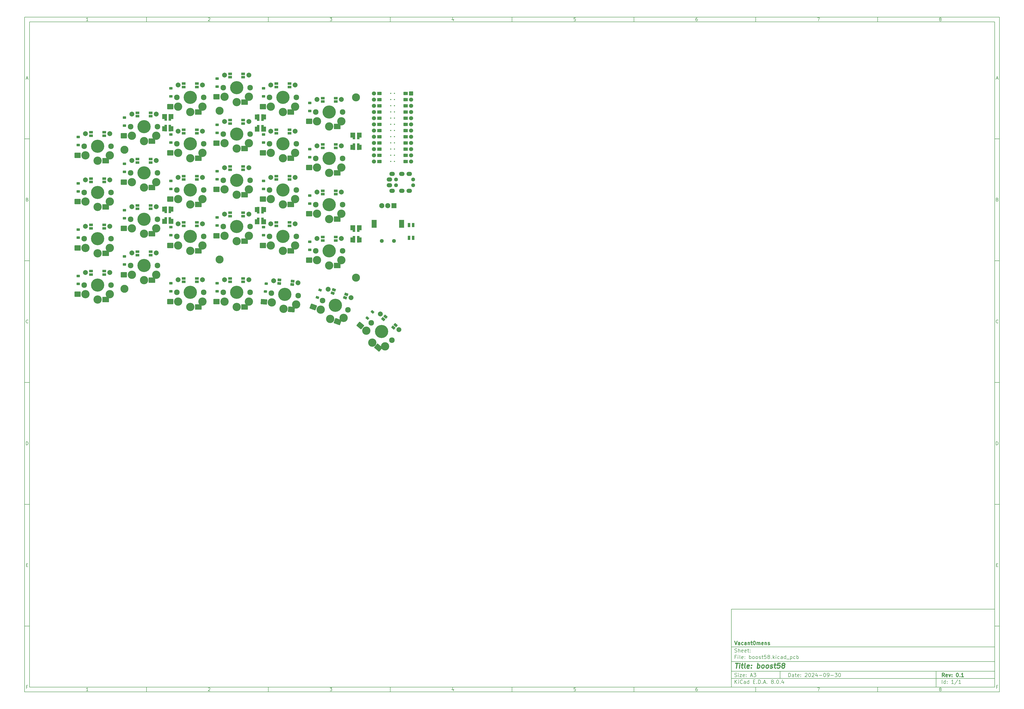
<source format=gbr>
%TF.GenerationSoftware,KiCad,Pcbnew,8.0.4*%
%TF.CreationDate,2024-11-02T00:03:45-06:00*%
%TF.ProjectId,boost58,626f6f73-7435-4382-9e6b-696361645f70,0.1*%
%TF.SameCoordinates,Original*%
%TF.FileFunction,Soldermask,Bot*%
%TF.FilePolarity,Negative*%
%FSLAX46Y46*%
G04 Gerber Fmt 4.6, Leading zero omitted, Abs format (unit mm)*
G04 Created by KiCad (PCBNEW 8.0.4) date 2024-11-02 00:03:45*
%MOMM*%
%LPD*%
G01*
G04 APERTURE LIST*
G04 Aperture macros list*
%AMRoundRect*
0 Rectangle with rounded corners*
0 $1 Rounding radius*
0 $2 $3 $4 $5 $6 $7 $8 $9 X,Y pos of 4 corners*
0 Add a 4 corners polygon primitive as box body*
4,1,4,$2,$3,$4,$5,$6,$7,$8,$9,$2,$3,0*
0 Add four circle primitives for the rounded corners*
1,1,$1+$1,$2,$3*
1,1,$1+$1,$4,$5*
1,1,$1+$1,$6,$7*
1,1,$1+$1,$8,$9*
0 Add four rect primitives between the rounded corners*
20,1,$1+$1,$2,$3,$4,$5,0*
20,1,$1+$1,$4,$5,$6,$7,0*
20,1,$1+$1,$6,$7,$8,$9,0*
20,1,$1+$1,$8,$9,$2,$3,0*%
%AMFreePoly0*
4,1,14,0.635355,0.435355,0.650000,0.400000,0.650000,0.200000,0.635355,0.164645,0.035355,-0.435355,0.000000,-0.450000,-0.035355,-0.435355,-0.635355,0.164645,-0.650000,0.200000,-0.650000,0.400000,-0.635355,0.435355,-0.600000,0.450000,0.600000,0.450000,0.635355,0.435355,0.635355,0.435355,$1*%
%AMFreePoly1*
4,1,16,0.635355,1.035355,0.650000,1.000000,0.650000,-0.250000,0.635355,-0.285355,0.600000,-0.300000,-0.600000,-0.300000,-0.635355,-0.285355,-0.650000,-0.250000,-0.650000,1.000000,-0.635355,1.035355,-0.600000,1.050000,-0.564645,1.035355,0.000000,0.470710,0.564645,1.035355,0.600000,1.050000,0.635355,1.035355,0.635355,1.035355,$1*%
G04 Aperture macros list end*
%ADD10C,0.100000*%
%ADD11C,0.150000*%
%ADD12C,0.300000*%
%ADD13C,0.400000*%
%ADD14C,0.250000*%
%ADD15C,3.300000*%
%ADD16RoundRect,0.050000X0.500000X-1.300000X0.500000X1.300000X-0.500000X1.300000X-0.500000X-1.300000X0*%
%ADD17RoundRect,0.050000X0.600000X-1.000000X0.600000X1.000000X-0.600000X1.000000X-0.600000X-1.000000X0*%
%ADD18RoundRect,0.050000X-1.000000X1.600000X-1.000000X-1.600000X1.000000X-1.600000X1.000000X1.600000X0*%
%ADD19C,1.600000*%
%ADD20RoundRect,0.050000X-1.000000X1.000000X-1.000000X-1.000000X1.000000X-1.000000X1.000000X1.000000X0*%
%ADD21C,2.100000*%
%ADD22RoundRect,0.050000X0.500000X-0.775000X0.500000X0.775000X-0.500000X0.775000X-0.500000X-0.775000X0*%
%ADD23O,2.300000X1.700000*%
%ADD24RoundRect,0.050000X-0.500000X1.300000X-0.500000X-1.300000X0.500000X-1.300000X0.500000X1.300000X0*%
%ADD25RoundRect,0.050000X-0.600000X1.000000X-0.600000X-1.000000X0.600000X-1.000000X0.600000X1.000000X0*%
%ADD26C,1.700000*%
%ADD27RoundRect,0.050000X-0.800000X0.800000X-0.800000X-0.800000X0.800000X-0.800000X0.800000X0.800000X0*%
%ADD28FreePoly0,270.000000*%
%ADD29FreePoly0,90.000000*%
%ADD30FreePoly1,90.000000*%
%ADD31FreePoly1,270.000000*%
%ADD32C,2.300000*%
%ADD33C,2.000000*%
%ADD34C,3.400000*%
%ADD35C,5.400000*%
%ADD36RoundRect,0.215000X1.085000X0.860000X-1.085000X0.860000X-1.085000X-0.860000X1.085000X-0.860000X0*%
%ADD37RoundRect,0.225000X1.150000X0.900000X-1.150000X0.900000X-1.150000X-0.900000X1.150000X-0.900000X0*%
%ADD38RoundRect,0.050000X-0.170372X0.730393X-0.748881X0.040953X0.170372X-0.730393X0.748881X-0.040953X0*%
%ADD39RoundRect,0.050000X-0.700000X-0.500000X0.700000X-0.500000X0.700000X0.500000X-0.700000X0.500000X0*%
%ADD40RoundRect,0.050000X-0.600000X0.450000X-0.600000X-0.450000X0.600000X-0.450000X0.600000X0.450000X0*%
%ADD41RoundRect,0.050000X-0.558497X0.500581X-0.636937X-0.395994X0.558497X-0.500581X0.636937X0.395994X0*%
%ADD42RoundRect,0.050000X-0.857625X0.066929X0.214837X-0.832974X0.857625X-0.066929X-0.214837X0.832974X0*%
%ADD43RoundRect,0.215000X1.383956X-0.038626X-0.278361X1.356223X-1.383956X0.038626X0.278361X-1.356223X0*%
%ADD44RoundRect,0.225000X1.459460X-0.049766X-0.302442X1.428646X-1.459460X0.049766X0.302442X-1.428646X0*%
%ADD45RoundRect,0.050000X-0.740914X-0.437088X0.653758X-0.559106X0.740914X0.437088X-0.653758X0.559106X0*%
%ADD46RoundRect,0.050000X-0.828795X-0.230432X0.486775X-0.709260X0.828795X0.230432X-0.486775X0.709260X0*%
%ADD47RoundRect,0.215000X1.313704X0.437044X-0.725429X1.179228X-1.313704X-0.437044X0.725429X-1.179228X0*%
%ADD48RoundRect,0.225000X1.388465X0.452400X-0.772828X1.239047X-1.388465X-0.452400X0.772828X-1.239047X0*%
%ADD49RoundRect,0.050000X-0.409907X0.628074X-0.717725X-0.217650X0.409907X-0.628074X0.717725X0.217650X0*%
%ADD50RoundRect,0.215000X1.155825X0.762163X-1.005917X0.951291X-1.155825X-0.762163X1.005917X-0.951291X0*%
%ADD51RoundRect,0.225000X1.224064X0.796346X-1.067184X0.996804X-1.224064X-0.796346X1.067184X-0.996804X0*%
G04 APERTURE END LIST*
D10*
D11*
X299989000Y-253002200D02*
X407989000Y-253002200D01*
X407989000Y-285002200D01*
X299989000Y-285002200D01*
X299989000Y-253002200D01*
D10*
D11*
X10000000Y-10000000D02*
X409989000Y-10000000D01*
X409989000Y-287002200D01*
X10000000Y-287002200D01*
X10000000Y-10000000D01*
D10*
D11*
X12000000Y-12000000D02*
X407989000Y-12000000D01*
X407989000Y-285002200D01*
X12000000Y-285002200D01*
X12000000Y-12000000D01*
D10*
D11*
X60000000Y-12000000D02*
X60000000Y-10000000D01*
D10*
D11*
X110000000Y-12000000D02*
X110000000Y-10000000D01*
D10*
D11*
X160000000Y-12000000D02*
X160000000Y-10000000D01*
D10*
D11*
X210000000Y-12000000D02*
X210000000Y-10000000D01*
D10*
D11*
X260000000Y-12000000D02*
X260000000Y-10000000D01*
D10*
D11*
X310000000Y-12000000D02*
X310000000Y-10000000D01*
D10*
D11*
X360000000Y-12000000D02*
X360000000Y-10000000D01*
D10*
D11*
X36089160Y-11593604D02*
X35346303Y-11593604D01*
X35717731Y-11593604D02*
X35717731Y-10293604D01*
X35717731Y-10293604D02*
X35593922Y-10479319D01*
X35593922Y-10479319D02*
X35470112Y-10603128D01*
X35470112Y-10603128D02*
X35346303Y-10665033D01*
D10*
D11*
X85346303Y-10417414D02*
X85408207Y-10355509D01*
X85408207Y-10355509D02*
X85532017Y-10293604D01*
X85532017Y-10293604D02*
X85841541Y-10293604D01*
X85841541Y-10293604D02*
X85965350Y-10355509D01*
X85965350Y-10355509D02*
X86027255Y-10417414D01*
X86027255Y-10417414D02*
X86089160Y-10541223D01*
X86089160Y-10541223D02*
X86089160Y-10665033D01*
X86089160Y-10665033D02*
X86027255Y-10850747D01*
X86027255Y-10850747D02*
X85284398Y-11593604D01*
X85284398Y-11593604D02*
X86089160Y-11593604D01*
D10*
D11*
X135284398Y-10293604D02*
X136089160Y-10293604D01*
X136089160Y-10293604D02*
X135655826Y-10788842D01*
X135655826Y-10788842D02*
X135841541Y-10788842D01*
X135841541Y-10788842D02*
X135965350Y-10850747D01*
X135965350Y-10850747D02*
X136027255Y-10912652D01*
X136027255Y-10912652D02*
X136089160Y-11036461D01*
X136089160Y-11036461D02*
X136089160Y-11345985D01*
X136089160Y-11345985D02*
X136027255Y-11469795D01*
X136027255Y-11469795D02*
X135965350Y-11531700D01*
X135965350Y-11531700D02*
X135841541Y-11593604D01*
X135841541Y-11593604D02*
X135470112Y-11593604D01*
X135470112Y-11593604D02*
X135346303Y-11531700D01*
X135346303Y-11531700D02*
X135284398Y-11469795D01*
D10*
D11*
X185965350Y-10726938D02*
X185965350Y-11593604D01*
X185655826Y-10231700D02*
X185346303Y-11160271D01*
X185346303Y-11160271D02*
X186151064Y-11160271D01*
D10*
D11*
X236027255Y-10293604D02*
X235408207Y-10293604D01*
X235408207Y-10293604D02*
X235346303Y-10912652D01*
X235346303Y-10912652D02*
X235408207Y-10850747D01*
X235408207Y-10850747D02*
X235532017Y-10788842D01*
X235532017Y-10788842D02*
X235841541Y-10788842D01*
X235841541Y-10788842D02*
X235965350Y-10850747D01*
X235965350Y-10850747D02*
X236027255Y-10912652D01*
X236027255Y-10912652D02*
X236089160Y-11036461D01*
X236089160Y-11036461D02*
X236089160Y-11345985D01*
X236089160Y-11345985D02*
X236027255Y-11469795D01*
X236027255Y-11469795D02*
X235965350Y-11531700D01*
X235965350Y-11531700D02*
X235841541Y-11593604D01*
X235841541Y-11593604D02*
X235532017Y-11593604D01*
X235532017Y-11593604D02*
X235408207Y-11531700D01*
X235408207Y-11531700D02*
X235346303Y-11469795D01*
D10*
D11*
X285965350Y-10293604D02*
X285717731Y-10293604D01*
X285717731Y-10293604D02*
X285593922Y-10355509D01*
X285593922Y-10355509D02*
X285532017Y-10417414D01*
X285532017Y-10417414D02*
X285408207Y-10603128D01*
X285408207Y-10603128D02*
X285346303Y-10850747D01*
X285346303Y-10850747D02*
X285346303Y-11345985D01*
X285346303Y-11345985D02*
X285408207Y-11469795D01*
X285408207Y-11469795D02*
X285470112Y-11531700D01*
X285470112Y-11531700D02*
X285593922Y-11593604D01*
X285593922Y-11593604D02*
X285841541Y-11593604D01*
X285841541Y-11593604D02*
X285965350Y-11531700D01*
X285965350Y-11531700D02*
X286027255Y-11469795D01*
X286027255Y-11469795D02*
X286089160Y-11345985D01*
X286089160Y-11345985D02*
X286089160Y-11036461D01*
X286089160Y-11036461D02*
X286027255Y-10912652D01*
X286027255Y-10912652D02*
X285965350Y-10850747D01*
X285965350Y-10850747D02*
X285841541Y-10788842D01*
X285841541Y-10788842D02*
X285593922Y-10788842D01*
X285593922Y-10788842D02*
X285470112Y-10850747D01*
X285470112Y-10850747D02*
X285408207Y-10912652D01*
X285408207Y-10912652D02*
X285346303Y-11036461D01*
D10*
D11*
X335284398Y-10293604D02*
X336151064Y-10293604D01*
X336151064Y-10293604D02*
X335593922Y-11593604D01*
D10*
D11*
X385593922Y-10850747D02*
X385470112Y-10788842D01*
X385470112Y-10788842D02*
X385408207Y-10726938D01*
X385408207Y-10726938D02*
X385346303Y-10603128D01*
X385346303Y-10603128D02*
X385346303Y-10541223D01*
X385346303Y-10541223D02*
X385408207Y-10417414D01*
X385408207Y-10417414D02*
X385470112Y-10355509D01*
X385470112Y-10355509D02*
X385593922Y-10293604D01*
X385593922Y-10293604D02*
X385841541Y-10293604D01*
X385841541Y-10293604D02*
X385965350Y-10355509D01*
X385965350Y-10355509D02*
X386027255Y-10417414D01*
X386027255Y-10417414D02*
X386089160Y-10541223D01*
X386089160Y-10541223D02*
X386089160Y-10603128D01*
X386089160Y-10603128D02*
X386027255Y-10726938D01*
X386027255Y-10726938D02*
X385965350Y-10788842D01*
X385965350Y-10788842D02*
X385841541Y-10850747D01*
X385841541Y-10850747D02*
X385593922Y-10850747D01*
X385593922Y-10850747D02*
X385470112Y-10912652D01*
X385470112Y-10912652D02*
X385408207Y-10974557D01*
X385408207Y-10974557D02*
X385346303Y-11098366D01*
X385346303Y-11098366D02*
X385346303Y-11345985D01*
X385346303Y-11345985D02*
X385408207Y-11469795D01*
X385408207Y-11469795D02*
X385470112Y-11531700D01*
X385470112Y-11531700D02*
X385593922Y-11593604D01*
X385593922Y-11593604D02*
X385841541Y-11593604D01*
X385841541Y-11593604D02*
X385965350Y-11531700D01*
X385965350Y-11531700D02*
X386027255Y-11469795D01*
X386027255Y-11469795D02*
X386089160Y-11345985D01*
X386089160Y-11345985D02*
X386089160Y-11098366D01*
X386089160Y-11098366D02*
X386027255Y-10974557D01*
X386027255Y-10974557D02*
X385965350Y-10912652D01*
X385965350Y-10912652D02*
X385841541Y-10850747D01*
D10*
D11*
X60000000Y-285002200D02*
X60000000Y-287002200D01*
D10*
D11*
X110000000Y-285002200D02*
X110000000Y-287002200D01*
D10*
D11*
X160000000Y-285002200D02*
X160000000Y-287002200D01*
D10*
D11*
X210000000Y-285002200D02*
X210000000Y-287002200D01*
D10*
D11*
X260000000Y-285002200D02*
X260000000Y-287002200D01*
D10*
D11*
X310000000Y-285002200D02*
X310000000Y-287002200D01*
D10*
D11*
X360000000Y-285002200D02*
X360000000Y-287002200D01*
D10*
D11*
X36089160Y-286595804D02*
X35346303Y-286595804D01*
X35717731Y-286595804D02*
X35717731Y-285295804D01*
X35717731Y-285295804D02*
X35593922Y-285481519D01*
X35593922Y-285481519D02*
X35470112Y-285605328D01*
X35470112Y-285605328D02*
X35346303Y-285667233D01*
D10*
D11*
X85346303Y-285419614D02*
X85408207Y-285357709D01*
X85408207Y-285357709D02*
X85532017Y-285295804D01*
X85532017Y-285295804D02*
X85841541Y-285295804D01*
X85841541Y-285295804D02*
X85965350Y-285357709D01*
X85965350Y-285357709D02*
X86027255Y-285419614D01*
X86027255Y-285419614D02*
X86089160Y-285543423D01*
X86089160Y-285543423D02*
X86089160Y-285667233D01*
X86089160Y-285667233D02*
X86027255Y-285852947D01*
X86027255Y-285852947D02*
X85284398Y-286595804D01*
X85284398Y-286595804D02*
X86089160Y-286595804D01*
D10*
D11*
X135284398Y-285295804D02*
X136089160Y-285295804D01*
X136089160Y-285295804D02*
X135655826Y-285791042D01*
X135655826Y-285791042D02*
X135841541Y-285791042D01*
X135841541Y-285791042D02*
X135965350Y-285852947D01*
X135965350Y-285852947D02*
X136027255Y-285914852D01*
X136027255Y-285914852D02*
X136089160Y-286038661D01*
X136089160Y-286038661D02*
X136089160Y-286348185D01*
X136089160Y-286348185D02*
X136027255Y-286471995D01*
X136027255Y-286471995D02*
X135965350Y-286533900D01*
X135965350Y-286533900D02*
X135841541Y-286595804D01*
X135841541Y-286595804D02*
X135470112Y-286595804D01*
X135470112Y-286595804D02*
X135346303Y-286533900D01*
X135346303Y-286533900D02*
X135284398Y-286471995D01*
D10*
D11*
X185965350Y-285729138D02*
X185965350Y-286595804D01*
X185655826Y-285233900D02*
X185346303Y-286162471D01*
X185346303Y-286162471D02*
X186151064Y-286162471D01*
D10*
D11*
X236027255Y-285295804D02*
X235408207Y-285295804D01*
X235408207Y-285295804D02*
X235346303Y-285914852D01*
X235346303Y-285914852D02*
X235408207Y-285852947D01*
X235408207Y-285852947D02*
X235532017Y-285791042D01*
X235532017Y-285791042D02*
X235841541Y-285791042D01*
X235841541Y-285791042D02*
X235965350Y-285852947D01*
X235965350Y-285852947D02*
X236027255Y-285914852D01*
X236027255Y-285914852D02*
X236089160Y-286038661D01*
X236089160Y-286038661D02*
X236089160Y-286348185D01*
X236089160Y-286348185D02*
X236027255Y-286471995D01*
X236027255Y-286471995D02*
X235965350Y-286533900D01*
X235965350Y-286533900D02*
X235841541Y-286595804D01*
X235841541Y-286595804D02*
X235532017Y-286595804D01*
X235532017Y-286595804D02*
X235408207Y-286533900D01*
X235408207Y-286533900D02*
X235346303Y-286471995D01*
D10*
D11*
X285965350Y-285295804D02*
X285717731Y-285295804D01*
X285717731Y-285295804D02*
X285593922Y-285357709D01*
X285593922Y-285357709D02*
X285532017Y-285419614D01*
X285532017Y-285419614D02*
X285408207Y-285605328D01*
X285408207Y-285605328D02*
X285346303Y-285852947D01*
X285346303Y-285852947D02*
X285346303Y-286348185D01*
X285346303Y-286348185D02*
X285408207Y-286471995D01*
X285408207Y-286471995D02*
X285470112Y-286533900D01*
X285470112Y-286533900D02*
X285593922Y-286595804D01*
X285593922Y-286595804D02*
X285841541Y-286595804D01*
X285841541Y-286595804D02*
X285965350Y-286533900D01*
X285965350Y-286533900D02*
X286027255Y-286471995D01*
X286027255Y-286471995D02*
X286089160Y-286348185D01*
X286089160Y-286348185D02*
X286089160Y-286038661D01*
X286089160Y-286038661D02*
X286027255Y-285914852D01*
X286027255Y-285914852D02*
X285965350Y-285852947D01*
X285965350Y-285852947D02*
X285841541Y-285791042D01*
X285841541Y-285791042D02*
X285593922Y-285791042D01*
X285593922Y-285791042D02*
X285470112Y-285852947D01*
X285470112Y-285852947D02*
X285408207Y-285914852D01*
X285408207Y-285914852D02*
X285346303Y-286038661D01*
D10*
D11*
X335284398Y-285295804D02*
X336151064Y-285295804D01*
X336151064Y-285295804D02*
X335593922Y-286595804D01*
D10*
D11*
X385593922Y-285852947D02*
X385470112Y-285791042D01*
X385470112Y-285791042D02*
X385408207Y-285729138D01*
X385408207Y-285729138D02*
X385346303Y-285605328D01*
X385346303Y-285605328D02*
X385346303Y-285543423D01*
X385346303Y-285543423D02*
X385408207Y-285419614D01*
X385408207Y-285419614D02*
X385470112Y-285357709D01*
X385470112Y-285357709D02*
X385593922Y-285295804D01*
X385593922Y-285295804D02*
X385841541Y-285295804D01*
X385841541Y-285295804D02*
X385965350Y-285357709D01*
X385965350Y-285357709D02*
X386027255Y-285419614D01*
X386027255Y-285419614D02*
X386089160Y-285543423D01*
X386089160Y-285543423D02*
X386089160Y-285605328D01*
X386089160Y-285605328D02*
X386027255Y-285729138D01*
X386027255Y-285729138D02*
X385965350Y-285791042D01*
X385965350Y-285791042D02*
X385841541Y-285852947D01*
X385841541Y-285852947D02*
X385593922Y-285852947D01*
X385593922Y-285852947D02*
X385470112Y-285914852D01*
X385470112Y-285914852D02*
X385408207Y-285976757D01*
X385408207Y-285976757D02*
X385346303Y-286100566D01*
X385346303Y-286100566D02*
X385346303Y-286348185D01*
X385346303Y-286348185D02*
X385408207Y-286471995D01*
X385408207Y-286471995D02*
X385470112Y-286533900D01*
X385470112Y-286533900D02*
X385593922Y-286595804D01*
X385593922Y-286595804D02*
X385841541Y-286595804D01*
X385841541Y-286595804D02*
X385965350Y-286533900D01*
X385965350Y-286533900D02*
X386027255Y-286471995D01*
X386027255Y-286471995D02*
X386089160Y-286348185D01*
X386089160Y-286348185D02*
X386089160Y-286100566D01*
X386089160Y-286100566D02*
X386027255Y-285976757D01*
X386027255Y-285976757D02*
X385965350Y-285914852D01*
X385965350Y-285914852D02*
X385841541Y-285852947D01*
D10*
D11*
X10000000Y-60000000D02*
X12000000Y-60000000D01*
D10*
D11*
X10000000Y-110000000D02*
X12000000Y-110000000D01*
D10*
D11*
X10000000Y-160000000D02*
X12000000Y-160000000D01*
D10*
D11*
X10000000Y-210000000D02*
X12000000Y-210000000D01*
D10*
D11*
X10000000Y-260000000D02*
X12000000Y-260000000D01*
D10*
D11*
X10690476Y-35222176D02*
X11309523Y-35222176D01*
X10566666Y-35593604D02*
X10999999Y-34293604D01*
X10999999Y-34293604D02*
X11433333Y-35593604D01*
D10*
D11*
X11092857Y-84912652D02*
X11278571Y-84974557D01*
X11278571Y-84974557D02*
X11340476Y-85036461D01*
X11340476Y-85036461D02*
X11402380Y-85160271D01*
X11402380Y-85160271D02*
X11402380Y-85345985D01*
X11402380Y-85345985D02*
X11340476Y-85469795D01*
X11340476Y-85469795D02*
X11278571Y-85531700D01*
X11278571Y-85531700D02*
X11154761Y-85593604D01*
X11154761Y-85593604D02*
X10659523Y-85593604D01*
X10659523Y-85593604D02*
X10659523Y-84293604D01*
X10659523Y-84293604D02*
X11092857Y-84293604D01*
X11092857Y-84293604D02*
X11216666Y-84355509D01*
X11216666Y-84355509D02*
X11278571Y-84417414D01*
X11278571Y-84417414D02*
X11340476Y-84541223D01*
X11340476Y-84541223D02*
X11340476Y-84665033D01*
X11340476Y-84665033D02*
X11278571Y-84788842D01*
X11278571Y-84788842D02*
X11216666Y-84850747D01*
X11216666Y-84850747D02*
X11092857Y-84912652D01*
X11092857Y-84912652D02*
X10659523Y-84912652D01*
D10*
D11*
X11402380Y-135469795D02*
X11340476Y-135531700D01*
X11340476Y-135531700D02*
X11154761Y-135593604D01*
X11154761Y-135593604D02*
X11030952Y-135593604D01*
X11030952Y-135593604D02*
X10845238Y-135531700D01*
X10845238Y-135531700D02*
X10721428Y-135407890D01*
X10721428Y-135407890D02*
X10659523Y-135284080D01*
X10659523Y-135284080D02*
X10597619Y-135036461D01*
X10597619Y-135036461D02*
X10597619Y-134850747D01*
X10597619Y-134850747D02*
X10659523Y-134603128D01*
X10659523Y-134603128D02*
X10721428Y-134479319D01*
X10721428Y-134479319D02*
X10845238Y-134355509D01*
X10845238Y-134355509D02*
X11030952Y-134293604D01*
X11030952Y-134293604D02*
X11154761Y-134293604D01*
X11154761Y-134293604D02*
X11340476Y-134355509D01*
X11340476Y-134355509D02*
X11402380Y-134417414D01*
D10*
D11*
X10659523Y-185593604D02*
X10659523Y-184293604D01*
X10659523Y-184293604D02*
X10969047Y-184293604D01*
X10969047Y-184293604D02*
X11154761Y-184355509D01*
X11154761Y-184355509D02*
X11278571Y-184479319D01*
X11278571Y-184479319D02*
X11340476Y-184603128D01*
X11340476Y-184603128D02*
X11402380Y-184850747D01*
X11402380Y-184850747D02*
X11402380Y-185036461D01*
X11402380Y-185036461D02*
X11340476Y-185284080D01*
X11340476Y-185284080D02*
X11278571Y-185407890D01*
X11278571Y-185407890D02*
X11154761Y-185531700D01*
X11154761Y-185531700D02*
X10969047Y-185593604D01*
X10969047Y-185593604D02*
X10659523Y-185593604D01*
D10*
D11*
X10721428Y-234912652D02*
X11154762Y-234912652D01*
X11340476Y-235593604D02*
X10721428Y-235593604D01*
X10721428Y-235593604D02*
X10721428Y-234293604D01*
X10721428Y-234293604D02*
X11340476Y-234293604D01*
D10*
D11*
X11185714Y-284912652D02*
X10752380Y-284912652D01*
X10752380Y-285593604D02*
X10752380Y-284293604D01*
X10752380Y-284293604D02*
X11371428Y-284293604D01*
D10*
D11*
X409989000Y-60000000D02*
X407989000Y-60000000D01*
D10*
D11*
X409989000Y-110000000D02*
X407989000Y-110000000D01*
D10*
D11*
X409989000Y-160000000D02*
X407989000Y-160000000D01*
D10*
D11*
X409989000Y-210000000D02*
X407989000Y-210000000D01*
D10*
D11*
X409989000Y-260000000D02*
X407989000Y-260000000D01*
D10*
D11*
X408679476Y-35222176D02*
X409298523Y-35222176D01*
X408555666Y-35593604D02*
X408988999Y-34293604D01*
X408988999Y-34293604D02*
X409422333Y-35593604D01*
D10*
D11*
X409081857Y-84912652D02*
X409267571Y-84974557D01*
X409267571Y-84974557D02*
X409329476Y-85036461D01*
X409329476Y-85036461D02*
X409391380Y-85160271D01*
X409391380Y-85160271D02*
X409391380Y-85345985D01*
X409391380Y-85345985D02*
X409329476Y-85469795D01*
X409329476Y-85469795D02*
X409267571Y-85531700D01*
X409267571Y-85531700D02*
X409143761Y-85593604D01*
X409143761Y-85593604D02*
X408648523Y-85593604D01*
X408648523Y-85593604D02*
X408648523Y-84293604D01*
X408648523Y-84293604D02*
X409081857Y-84293604D01*
X409081857Y-84293604D02*
X409205666Y-84355509D01*
X409205666Y-84355509D02*
X409267571Y-84417414D01*
X409267571Y-84417414D02*
X409329476Y-84541223D01*
X409329476Y-84541223D02*
X409329476Y-84665033D01*
X409329476Y-84665033D02*
X409267571Y-84788842D01*
X409267571Y-84788842D02*
X409205666Y-84850747D01*
X409205666Y-84850747D02*
X409081857Y-84912652D01*
X409081857Y-84912652D02*
X408648523Y-84912652D01*
D10*
D11*
X409391380Y-135469795D02*
X409329476Y-135531700D01*
X409329476Y-135531700D02*
X409143761Y-135593604D01*
X409143761Y-135593604D02*
X409019952Y-135593604D01*
X409019952Y-135593604D02*
X408834238Y-135531700D01*
X408834238Y-135531700D02*
X408710428Y-135407890D01*
X408710428Y-135407890D02*
X408648523Y-135284080D01*
X408648523Y-135284080D02*
X408586619Y-135036461D01*
X408586619Y-135036461D02*
X408586619Y-134850747D01*
X408586619Y-134850747D02*
X408648523Y-134603128D01*
X408648523Y-134603128D02*
X408710428Y-134479319D01*
X408710428Y-134479319D02*
X408834238Y-134355509D01*
X408834238Y-134355509D02*
X409019952Y-134293604D01*
X409019952Y-134293604D02*
X409143761Y-134293604D01*
X409143761Y-134293604D02*
X409329476Y-134355509D01*
X409329476Y-134355509D02*
X409391380Y-134417414D01*
D10*
D11*
X408648523Y-185593604D02*
X408648523Y-184293604D01*
X408648523Y-184293604D02*
X408958047Y-184293604D01*
X408958047Y-184293604D02*
X409143761Y-184355509D01*
X409143761Y-184355509D02*
X409267571Y-184479319D01*
X409267571Y-184479319D02*
X409329476Y-184603128D01*
X409329476Y-184603128D02*
X409391380Y-184850747D01*
X409391380Y-184850747D02*
X409391380Y-185036461D01*
X409391380Y-185036461D02*
X409329476Y-185284080D01*
X409329476Y-185284080D02*
X409267571Y-185407890D01*
X409267571Y-185407890D02*
X409143761Y-185531700D01*
X409143761Y-185531700D02*
X408958047Y-185593604D01*
X408958047Y-185593604D02*
X408648523Y-185593604D01*
D10*
D11*
X408710428Y-234912652D02*
X409143762Y-234912652D01*
X409329476Y-235593604D02*
X408710428Y-235593604D01*
X408710428Y-235593604D02*
X408710428Y-234293604D01*
X408710428Y-234293604D02*
X409329476Y-234293604D01*
D10*
D11*
X409174714Y-284912652D02*
X408741380Y-284912652D01*
X408741380Y-285593604D02*
X408741380Y-284293604D01*
X408741380Y-284293604D02*
X409360428Y-284293604D01*
D10*
D11*
X323444826Y-280788328D02*
X323444826Y-279288328D01*
X323444826Y-279288328D02*
X323801969Y-279288328D01*
X323801969Y-279288328D02*
X324016255Y-279359757D01*
X324016255Y-279359757D02*
X324159112Y-279502614D01*
X324159112Y-279502614D02*
X324230541Y-279645471D01*
X324230541Y-279645471D02*
X324301969Y-279931185D01*
X324301969Y-279931185D02*
X324301969Y-280145471D01*
X324301969Y-280145471D02*
X324230541Y-280431185D01*
X324230541Y-280431185D02*
X324159112Y-280574042D01*
X324159112Y-280574042D02*
X324016255Y-280716900D01*
X324016255Y-280716900D02*
X323801969Y-280788328D01*
X323801969Y-280788328D02*
X323444826Y-280788328D01*
X325587684Y-280788328D02*
X325587684Y-280002614D01*
X325587684Y-280002614D02*
X325516255Y-279859757D01*
X325516255Y-279859757D02*
X325373398Y-279788328D01*
X325373398Y-279788328D02*
X325087684Y-279788328D01*
X325087684Y-279788328D02*
X324944826Y-279859757D01*
X325587684Y-280716900D02*
X325444826Y-280788328D01*
X325444826Y-280788328D02*
X325087684Y-280788328D01*
X325087684Y-280788328D02*
X324944826Y-280716900D01*
X324944826Y-280716900D02*
X324873398Y-280574042D01*
X324873398Y-280574042D02*
X324873398Y-280431185D01*
X324873398Y-280431185D02*
X324944826Y-280288328D01*
X324944826Y-280288328D02*
X325087684Y-280216900D01*
X325087684Y-280216900D02*
X325444826Y-280216900D01*
X325444826Y-280216900D02*
X325587684Y-280145471D01*
X326087684Y-279788328D02*
X326659112Y-279788328D01*
X326301969Y-279288328D02*
X326301969Y-280574042D01*
X326301969Y-280574042D02*
X326373398Y-280716900D01*
X326373398Y-280716900D02*
X326516255Y-280788328D01*
X326516255Y-280788328D02*
X326659112Y-280788328D01*
X327730541Y-280716900D02*
X327587684Y-280788328D01*
X327587684Y-280788328D02*
X327301970Y-280788328D01*
X327301970Y-280788328D02*
X327159112Y-280716900D01*
X327159112Y-280716900D02*
X327087684Y-280574042D01*
X327087684Y-280574042D02*
X327087684Y-280002614D01*
X327087684Y-280002614D02*
X327159112Y-279859757D01*
X327159112Y-279859757D02*
X327301970Y-279788328D01*
X327301970Y-279788328D02*
X327587684Y-279788328D01*
X327587684Y-279788328D02*
X327730541Y-279859757D01*
X327730541Y-279859757D02*
X327801970Y-280002614D01*
X327801970Y-280002614D02*
X327801970Y-280145471D01*
X327801970Y-280145471D02*
X327087684Y-280288328D01*
X328444826Y-280645471D02*
X328516255Y-280716900D01*
X328516255Y-280716900D02*
X328444826Y-280788328D01*
X328444826Y-280788328D02*
X328373398Y-280716900D01*
X328373398Y-280716900D02*
X328444826Y-280645471D01*
X328444826Y-280645471D02*
X328444826Y-280788328D01*
X328444826Y-279859757D02*
X328516255Y-279931185D01*
X328516255Y-279931185D02*
X328444826Y-280002614D01*
X328444826Y-280002614D02*
X328373398Y-279931185D01*
X328373398Y-279931185D02*
X328444826Y-279859757D01*
X328444826Y-279859757D02*
X328444826Y-280002614D01*
X330230541Y-279431185D02*
X330301969Y-279359757D01*
X330301969Y-279359757D02*
X330444827Y-279288328D01*
X330444827Y-279288328D02*
X330801969Y-279288328D01*
X330801969Y-279288328D02*
X330944827Y-279359757D01*
X330944827Y-279359757D02*
X331016255Y-279431185D01*
X331016255Y-279431185D02*
X331087684Y-279574042D01*
X331087684Y-279574042D02*
X331087684Y-279716900D01*
X331087684Y-279716900D02*
X331016255Y-279931185D01*
X331016255Y-279931185D02*
X330159112Y-280788328D01*
X330159112Y-280788328D02*
X331087684Y-280788328D01*
X332016255Y-279288328D02*
X332159112Y-279288328D01*
X332159112Y-279288328D02*
X332301969Y-279359757D01*
X332301969Y-279359757D02*
X332373398Y-279431185D01*
X332373398Y-279431185D02*
X332444826Y-279574042D01*
X332444826Y-279574042D02*
X332516255Y-279859757D01*
X332516255Y-279859757D02*
X332516255Y-280216900D01*
X332516255Y-280216900D02*
X332444826Y-280502614D01*
X332444826Y-280502614D02*
X332373398Y-280645471D01*
X332373398Y-280645471D02*
X332301969Y-280716900D01*
X332301969Y-280716900D02*
X332159112Y-280788328D01*
X332159112Y-280788328D02*
X332016255Y-280788328D01*
X332016255Y-280788328D02*
X331873398Y-280716900D01*
X331873398Y-280716900D02*
X331801969Y-280645471D01*
X331801969Y-280645471D02*
X331730540Y-280502614D01*
X331730540Y-280502614D02*
X331659112Y-280216900D01*
X331659112Y-280216900D02*
X331659112Y-279859757D01*
X331659112Y-279859757D02*
X331730540Y-279574042D01*
X331730540Y-279574042D02*
X331801969Y-279431185D01*
X331801969Y-279431185D02*
X331873398Y-279359757D01*
X331873398Y-279359757D02*
X332016255Y-279288328D01*
X333087683Y-279431185D02*
X333159111Y-279359757D01*
X333159111Y-279359757D02*
X333301969Y-279288328D01*
X333301969Y-279288328D02*
X333659111Y-279288328D01*
X333659111Y-279288328D02*
X333801969Y-279359757D01*
X333801969Y-279359757D02*
X333873397Y-279431185D01*
X333873397Y-279431185D02*
X333944826Y-279574042D01*
X333944826Y-279574042D02*
X333944826Y-279716900D01*
X333944826Y-279716900D02*
X333873397Y-279931185D01*
X333873397Y-279931185D02*
X333016254Y-280788328D01*
X333016254Y-280788328D02*
X333944826Y-280788328D01*
X335230540Y-279788328D02*
X335230540Y-280788328D01*
X334873397Y-279216900D02*
X334516254Y-280288328D01*
X334516254Y-280288328D02*
X335444825Y-280288328D01*
X336016253Y-280216900D02*
X337159111Y-280216900D01*
X338159111Y-279288328D02*
X338301968Y-279288328D01*
X338301968Y-279288328D02*
X338444825Y-279359757D01*
X338444825Y-279359757D02*
X338516254Y-279431185D01*
X338516254Y-279431185D02*
X338587682Y-279574042D01*
X338587682Y-279574042D02*
X338659111Y-279859757D01*
X338659111Y-279859757D02*
X338659111Y-280216900D01*
X338659111Y-280216900D02*
X338587682Y-280502614D01*
X338587682Y-280502614D02*
X338516254Y-280645471D01*
X338516254Y-280645471D02*
X338444825Y-280716900D01*
X338444825Y-280716900D02*
X338301968Y-280788328D01*
X338301968Y-280788328D02*
X338159111Y-280788328D01*
X338159111Y-280788328D02*
X338016254Y-280716900D01*
X338016254Y-280716900D02*
X337944825Y-280645471D01*
X337944825Y-280645471D02*
X337873396Y-280502614D01*
X337873396Y-280502614D02*
X337801968Y-280216900D01*
X337801968Y-280216900D02*
X337801968Y-279859757D01*
X337801968Y-279859757D02*
X337873396Y-279574042D01*
X337873396Y-279574042D02*
X337944825Y-279431185D01*
X337944825Y-279431185D02*
X338016254Y-279359757D01*
X338016254Y-279359757D02*
X338159111Y-279288328D01*
X339373396Y-280788328D02*
X339659110Y-280788328D01*
X339659110Y-280788328D02*
X339801967Y-280716900D01*
X339801967Y-280716900D02*
X339873396Y-280645471D01*
X339873396Y-280645471D02*
X340016253Y-280431185D01*
X340016253Y-280431185D02*
X340087682Y-280145471D01*
X340087682Y-280145471D02*
X340087682Y-279574042D01*
X340087682Y-279574042D02*
X340016253Y-279431185D01*
X340016253Y-279431185D02*
X339944825Y-279359757D01*
X339944825Y-279359757D02*
X339801967Y-279288328D01*
X339801967Y-279288328D02*
X339516253Y-279288328D01*
X339516253Y-279288328D02*
X339373396Y-279359757D01*
X339373396Y-279359757D02*
X339301967Y-279431185D01*
X339301967Y-279431185D02*
X339230539Y-279574042D01*
X339230539Y-279574042D02*
X339230539Y-279931185D01*
X339230539Y-279931185D02*
X339301967Y-280074042D01*
X339301967Y-280074042D02*
X339373396Y-280145471D01*
X339373396Y-280145471D02*
X339516253Y-280216900D01*
X339516253Y-280216900D02*
X339801967Y-280216900D01*
X339801967Y-280216900D02*
X339944825Y-280145471D01*
X339944825Y-280145471D02*
X340016253Y-280074042D01*
X340016253Y-280074042D02*
X340087682Y-279931185D01*
X340730538Y-280216900D02*
X341873396Y-280216900D01*
X342444824Y-279288328D02*
X343373396Y-279288328D01*
X343373396Y-279288328D02*
X342873396Y-279859757D01*
X342873396Y-279859757D02*
X343087681Y-279859757D01*
X343087681Y-279859757D02*
X343230539Y-279931185D01*
X343230539Y-279931185D02*
X343301967Y-280002614D01*
X343301967Y-280002614D02*
X343373396Y-280145471D01*
X343373396Y-280145471D02*
X343373396Y-280502614D01*
X343373396Y-280502614D02*
X343301967Y-280645471D01*
X343301967Y-280645471D02*
X343230539Y-280716900D01*
X343230539Y-280716900D02*
X343087681Y-280788328D01*
X343087681Y-280788328D02*
X342659110Y-280788328D01*
X342659110Y-280788328D02*
X342516253Y-280716900D01*
X342516253Y-280716900D02*
X342444824Y-280645471D01*
X344301967Y-279288328D02*
X344444824Y-279288328D01*
X344444824Y-279288328D02*
X344587681Y-279359757D01*
X344587681Y-279359757D02*
X344659110Y-279431185D01*
X344659110Y-279431185D02*
X344730538Y-279574042D01*
X344730538Y-279574042D02*
X344801967Y-279859757D01*
X344801967Y-279859757D02*
X344801967Y-280216900D01*
X344801967Y-280216900D02*
X344730538Y-280502614D01*
X344730538Y-280502614D02*
X344659110Y-280645471D01*
X344659110Y-280645471D02*
X344587681Y-280716900D01*
X344587681Y-280716900D02*
X344444824Y-280788328D01*
X344444824Y-280788328D02*
X344301967Y-280788328D01*
X344301967Y-280788328D02*
X344159110Y-280716900D01*
X344159110Y-280716900D02*
X344087681Y-280645471D01*
X344087681Y-280645471D02*
X344016252Y-280502614D01*
X344016252Y-280502614D02*
X343944824Y-280216900D01*
X343944824Y-280216900D02*
X343944824Y-279859757D01*
X343944824Y-279859757D02*
X344016252Y-279574042D01*
X344016252Y-279574042D02*
X344087681Y-279431185D01*
X344087681Y-279431185D02*
X344159110Y-279359757D01*
X344159110Y-279359757D02*
X344301967Y-279288328D01*
D10*
D11*
X299989000Y-281502200D02*
X407989000Y-281502200D01*
D10*
D11*
X301444826Y-283588328D02*
X301444826Y-282088328D01*
X302301969Y-283588328D02*
X301659112Y-282731185D01*
X302301969Y-282088328D02*
X301444826Y-282945471D01*
X302944826Y-283588328D02*
X302944826Y-282588328D01*
X302944826Y-282088328D02*
X302873398Y-282159757D01*
X302873398Y-282159757D02*
X302944826Y-282231185D01*
X302944826Y-282231185D02*
X303016255Y-282159757D01*
X303016255Y-282159757D02*
X302944826Y-282088328D01*
X302944826Y-282088328D02*
X302944826Y-282231185D01*
X304516255Y-283445471D02*
X304444827Y-283516900D01*
X304444827Y-283516900D02*
X304230541Y-283588328D01*
X304230541Y-283588328D02*
X304087684Y-283588328D01*
X304087684Y-283588328D02*
X303873398Y-283516900D01*
X303873398Y-283516900D02*
X303730541Y-283374042D01*
X303730541Y-283374042D02*
X303659112Y-283231185D01*
X303659112Y-283231185D02*
X303587684Y-282945471D01*
X303587684Y-282945471D02*
X303587684Y-282731185D01*
X303587684Y-282731185D02*
X303659112Y-282445471D01*
X303659112Y-282445471D02*
X303730541Y-282302614D01*
X303730541Y-282302614D02*
X303873398Y-282159757D01*
X303873398Y-282159757D02*
X304087684Y-282088328D01*
X304087684Y-282088328D02*
X304230541Y-282088328D01*
X304230541Y-282088328D02*
X304444827Y-282159757D01*
X304444827Y-282159757D02*
X304516255Y-282231185D01*
X305801970Y-283588328D02*
X305801970Y-282802614D01*
X305801970Y-282802614D02*
X305730541Y-282659757D01*
X305730541Y-282659757D02*
X305587684Y-282588328D01*
X305587684Y-282588328D02*
X305301970Y-282588328D01*
X305301970Y-282588328D02*
X305159112Y-282659757D01*
X305801970Y-283516900D02*
X305659112Y-283588328D01*
X305659112Y-283588328D02*
X305301970Y-283588328D01*
X305301970Y-283588328D02*
X305159112Y-283516900D01*
X305159112Y-283516900D02*
X305087684Y-283374042D01*
X305087684Y-283374042D02*
X305087684Y-283231185D01*
X305087684Y-283231185D02*
X305159112Y-283088328D01*
X305159112Y-283088328D02*
X305301970Y-283016900D01*
X305301970Y-283016900D02*
X305659112Y-283016900D01*
X305659112Y-283016900D02*
X305801970Y-282945471D01*
X307159113Y-283588328D02*
X307159113Y-282088328D01*
X307159113Y-283516900D02*
X307016255Y-283588328D01*
X307016255Y-283588328D02*
X306730541Y-283588328D01*
X306730541Y-283588328D02*
X306587684Y-283516900D01*
X306587684Y-283516900D02*
X306516255Y-283445471D01*
X306516255Y-283445471D02*
X306444827Y-283302614D01*
X306444827Y-283302614D02*
X306444827Y-282874042D01*
X306444827Y-282874042D02*
X306516255Y-282731185D01*
X306516255Y-282731185D02*
X306587684Y-282659757D01*
X306587684Y-282659757D02*
X306730541Y-282588328D01*
X306730541Y-282588328D02*
X307016255Y-282588328D01*
X307016255Y-282588328D02*
X307159113Y-282659757D01*
X309016255Y-282802614D02*
X309516255Y-282802614D01*
X309730541Y-283588328D02*
X309016255Y-283588328D01*
X309016255Y-283588328D02*
X309016255Y-282088328D01*
X309016255Y-282088328D02*
X309730541Y-282088328D01*
X310373398Y-283445471D02*
X310444827Y-283516900D01*
X310444827Y-283516900D02*
X310373398Y-283588328D01*
X310373398Y-283588328D02*
X310301970Y-283516900D01*
X310301970Y-283516900D02*
X310373398Y-283445471D01*
X310373398Y-283445471D02*
X310373398Y-283588328D01*
X311087684Y-283588328D02*
X311087684Y-282088328D01*
X311087684Y-282088328D02*
X311444827Y-282088328D01*
X311444827Y-282088328D02*
X311659113Y-282159757D01*
X311659113Y-282159757D02*
X311801970Y-282302614D01*
X311801970Y-282302614D02*
X311873399Y-282445471D01*
X311873399Y-282445471D02*
X311944827Y-282731185D01*
X311944827Y-282731185D02*
X311944827Y-282945471D01*
X311944827Y-282945471D02*
X311873399Y-283231185D01*
X311873399Y-283231185D02*
X311801970Y-283374042D01*
X311801970Y-283374042D02*
X311659113Y-283516900D01*
X311659113Y-283516900D02*
X311444827Y-283588328D01*
X311444827Y-283588328D02*
X311087684Y-283588328D01*
X312587684Y-283445471D02*
X312659113Y-283516900D01*
X312659113Y-283516900D02*
X312587684Y-283588328D01*
X312587684Y-283588328D02*
X312516256Y-283516900D01*
X312516256Y-283516900D02*
X312587684Y-283445471D01*
X312587684Y-283445471D02*
X312587684Y-283588328D01*
X313230542Y-283159757D02*
X313944828Y-283159757D01*
X313087685Y-283588328D02*
X313587685Y-282088328D01*
X313587685Y-282088328D02*
X314087685Y-283588328D01*
X314587684Y-283445471D02*
X314659113Y-283516900D01*
X314659113Y-283516900D02*
X314587684Y-283588328D01*
X314587684Y-283588328D02*
X314516256Y-283516900D01*
X314516256Y-283516900D02*
X314587684Y-283445471D01*
X314587684Y-283445471D02*
X314587684Y-283588328D01*
X316659113Y-282731185D02*
X316516256Y-282659757D01*
X316516256Y-282659757D02*
X316444827Y-282588328D01*
X316444827Y-282588328D02*
X316373399Y-282445471D01*
X316373399Y-282445471D02*
X316373399Y-282374042D01*
X316373399Y-282374042D02*
X316444827Y-282231185D01*
X316444827Y-282231185D02*
X316516256Y-282159757D01*
X316516256Y-282159757D02*
X316659113Y-282088328D01*
X316659113Y-282088328D02*
X316944827Y-282088328D01*
X316944827Y-282088328D02*
X317087685Y-282159757D01*
X317087685Y-282159757D02*
X317159113Y-282231185D01*
X317159113Y-282231185D02*
X317230542Y-282374042D01*
X317230542Y-282374042D02*
X317230542Y-282445471D01*
X317230542Y-282445471D02*
X317159113Y-282588328D01*
X317159113Y-282588328D02*
X317087685Y-282659757D01*
X317087685Y-282659757D02*
X316944827Y-282731185D01*
X316944827Y-282731185D02*
X316659113Y-282731185D01*
X316659113Y-282731185D02*
X316516256Y-282802614D01*
X316516256Y-282802614D02*
X316444827Y-282874042D01*
X316444827Y-282874042D02*
X316373399Y-283016900D01*
X316373399Y-283016900D02*
X316373399Y-283302614D01*
X316373399Y-283302614D02*
X316444827Y-283445471D01*
X316444827Y-283445471D02*
X316516256Y-283516900D01*
X316516256Y-283516900D02*
X316659113Y-283588328D01*
X316659113Y-283588328D02*
X316944827Y-283588328D01*
X316944827Y-283588328D02*
X317087685Y-283516900D01*
X317087685Y-283516900D02*
X317159113Y-283445471D01*
X317159113Y-283445471D02*
X317230542Y-283302614D01*
X317230542Y-283302614D02*
X317230542Y-283016900D01*
X317230542Y-283016900D02*
X317159113Y-282874042D01*
X317159113Y-282874042D02*
X317087685Y-282802614D01*
X317087685Y-282802614D02*
X316944827Y-282731185D01*
X317873398Y-283445471D02*
X317944827Y-283516900D01*
X317944827Y-283516900D02*
X317873398Y-283588328D01*
X317873398Y-283588328D02*
X317801970Y-283516900D01*
X317801970Y-283516900D02*
X317873398Y-283445471D01*
X317873398Y-283445471D02*
X317873398Y-283588328D01*
X318873399Y-282088328D02*
X319016256Y-282088328D01*
X319016256Y-282088328D02*
X319159113Y-282159757D01*
X319159113Y-282159757D02*
X319230542Y-282231185D01*
X319230542Y-282231185D02*
X319301970Y-282374042D01*
X319301970Y-282374042D02*
X319373399Y-282659757D01*
X319373399Y-282659757D02*
X319373399Y-283016900D01*
X319373399Y-283016900D02*
X319301970Y-283302614D01*
X319301970Y-283302614D02*
X319230542Y-283445471D01*
X319230542Y-283445471D02*
X319159113Y-283516900D01*
X319159113Y-283516900D02*
X319016256Y-283588328D01*
X319016256Y-283588328D02*
X318873399Y-283588328D01*
X318873399Y-283588328D02*
X318730542Y-283516900D01*
X318730542Y-283516900D02*
X318659113Y-283445471D01*
X318659113Y-283445471D02*
X318587684Y-283302614D01*
X318587684Y-283302614D02*
X318516256Y-283016900D01*
X318516256Y-283016900D02*
X318516256Y-282659757D01*
X318516256Y-282659757D02*
X318587684Y-282374042D01*
X318587684Y-282374042D02*
X318659113Y-282231185D01*
X318659113Y-282231185D02*
X318730542Y-282159757D01*
X318730542Y-282159757D02*
X318873399Y-282088328D01*
X320016255Y-283445471D02*
X320087684Y-283516900D01*
X320087684Y-283516900D02*
X320016255Y-283588328D01*
X320016255Y-283588328D02*
X319944827Y-283516900D01*
X319944827Y-283516900D02*
X320016255Y-283445471D01*
X320016255Y-283445471D02*
X320016255Y-283588328D01*
X321373399Y-282588328D02*
X321373399Y-283588328D01*
X321016256Y-282016900D02*
X320659113Y-283088328D01*
X320659113Y-283088328D02*
X321587684Y-283088328D01*
D10*
D11*
X299989000Y-278502200D02*
X407989000Y-278502200D01*
D10*
D12*
X387400653Y-280780528D02*
X386900653Y-280066242D01*
X386543510Y-280780528D02*
X386543510Y-279280528D01*
X386543510Y-279280528D02*
X387114939Y-279280528D01*
X387114939Y-279280528D02*
X387257796Y-279351957D01*
X387257796Y-279351957D02*
X387329225Y-279423385D01*
X387329225Y-279423385D02*
X387400653Y-279566242D01*
X387400653Y-279566242D02*
X387400653Y-279780528D01*
X387400653Y-279780528D02*
X387329225Y-279923385D01*
X387329225Y-279923385D02*
X387257796Y-279994814D01*
X387257796Y-279994814D02*
X387114939Y-280066242D01*
X387114939Y-280066242D02*
X386543510Y-280066242D01*
X388614939Y-280709100D02*
X388472082Y-280780528D01*
X388472082Y-280780528D02*
X388186368Y-280780528D01*
X388186368Y-280780528D02*
X388043510Y-280709100D01*
X388043510Y-280709100D02*
X387972082Y-280566242D01*
X387972082Y-280566242D02*
X387972082Y-279994814D01*
X387972082Y-279994814D02*
X388043510Y-279851957D01*
X388043510Y-279851957D02*
X388186368Y-279780528D01*
X388186368Y-279780528D02*
X388472082Y-279780528D01*
X388472082Y-279780528D02*
X388614939Y-279851957D01*
X388614939Y-279851957D02*
X388686368Y-279994814D01*
X388686368Y-279994814D02*
X388686368Y-280137671D01*
X388686368Y-280137671D02*
X387972082Y-280280528D01*
X389186367Y-279780528D02*
X389543510Y-280780528D01*
X389543510Y-280780528D02*
X389900653Y-279780528D01*
X390472081Y-280637671D02*
X390543510Y-280709100D01*
X390543510Y-280709100D02*
X390472081Y-280780528D01*
X390472081Y-280780528D02*
X390400653Y-280709100D01*
X390400653Y-280709100D02*
X390472081Y-280637671D01*
X390472081Y-280637671D02*
X390472081Y-280780528D01*
X390472081Y-279851957D02*
X390543510Y-279923385D01*
X390543510Y-279923385D02*
X390472081Y-279994814D01*
X390472081Y-279994814D02*
X390400653Y-279923385D01*
X390400653Y-279923385D02*
X390472081Y-279851957D01*
X390472081Y-279851957D02*
X390472081Y-279994814D01*
X392614939Y-279280528D02*
X392757796Y-279280528D01*
X392757796Y-279280528D02*
X392900653Y-279351957D01*
X392900653Y-279351957D02*
X392972082Y-279423385D01*
X392972082Y-279423385D02*
X393043510Y-279566242D01*
X393043510Y-279566242D02*
X393114939Y-279851957D01*
X393114939Y-279851957D02*
X393114939Y-280209100D01*
X393114939Y-280209100D02*
X393043510Y-280494814D01*
X393043510Y-280494814D02*
X392972082Y-280637671D01*
X392972082Y-280637671D02*
X392900653Y-280709100D01*
X392900653Y-280709100D02*
X392757796Y-280780528D01*
X392757796Y-280780528D02*
X392614939Y-280780528D01*
X392614939Y-280780528D02*
X392472082Y-280709100D01*
X392472082Y-280709100D02*
X392400653Y-280637671D01*
X392400653Y-280637671D02*
X392329224Y-280494814D01*
X392329224Y-280494814D02*
X392257796Y-280209100D01*
X392257796Y-280209100D02*
X392257796Y-279851957D01*
X392257796Y-279851957D02*
X392329224Y-279566242D01*
X392329224Y-279566242D02*
X392400653Y-279423385D01*
X392400653Y-279423385D02*
X392472082Y-279351957D01*
X392472082Y-279351957D02*
X392614939Y-279280528D01*
X393757795Y-280637671D02*
X393829224Y-280709100D01*
X393829224Y-280709100D02*
X393757795Y-280780528D01*
X393757795Y-280780528D02*
X393686367Y-280709100D01*
X393686367Y-280709100D02*
X393757795Y-280637671D01*
X393757795Y-280637671D02*
X393757795Y-280780528D01*
X395257796Y-280780528D02*
X394400653Y-280780528D01*
X394829224Y-280780528D02*
X394829224Y-279280528D01*
X394829224Y-279280528D02*
X394686367Y-279494814D01*
X394686367Y-279494814D02*
X394543510Y-279637671D01*
X394543510Y-279637671D02*
X394400653Y-279709100D01*
D10*
D11*
X301373398Y-280716900D02*
X301587684Y-280788328D01*
X301587684Y-280788328D02*
X301944826Y-280788328D01*
X301944826Y-280788328D02*
X302087684Y-280716900D01*
X302087684Y-280716900D02*
X302159112Y-280645471D01*
X302159112Y-280645471D02*
X302230541Y-280502614D01*
X302230541Y-280502614D02*
X302230541Y-280359757D01*
X302230541Y-280359757D02*
X302159112Y-280216900D01*
X302159112Y-280216900D02*
X302087684Y-280145471D01*
X302087684Y-280145471D02*
X301944826Y-280074042D01*
X301944826Y-280074042D02*
X301659112Y-280002614D01*
X301659112Y-280002614D02*
X301516255Y-279931185D01*
X301516255Y-279931185D02*
X301444826Y-279859757D01*
X301444826Y-279859757D02*
X301373398Y-279716900D01*
X301373398Y-279716900D02*
X301373398Y-279574042D01*
X301373398Y-279574042D02*
X301444826Y-279431185D01*
X301444826Y-279431185D02*
X301516255Y-279359757D01*
X301516255Y-279359757D02*
X301659112Y-279288328D01*
X301659112Y-279288328D02*
X302016255Y-279288328D01*
X302016255Y-279288328D02*
X302230541Y-279359757D01*
X302873397Y-280788328D02*
X302873397Y-279788328D01*
X302873397Y-279288328D02*
X302801969Y-279359757D01*
X302801969Y-279359757D02*
X302873397Y-279431185D01*
X302873397Y-279431185D02*
X302944826Y-279359757D01*
X302944826Y-279359757D02*
X302873397Y-279288328D01*
X302873397Y-279288328D02*
X302873397Y-279431185D01*
X303444826Y-279788328D02*
X304230541Y-279788328D01*
X304230541Y-279788328D02*
X303444826Y-280788328D01*
X303444826Y-280788328D02*
X304230541Y-280788328D01*
X305373398Y-280716900D02*
X305230541Y-280788328D01*
X305230541Y-280788328D02*
X304944827Y-280788328D01*
X304944827Y-280788328D02*
X304801969Y-280716900D01*
X304801969Y-280716900D02*
X304730541Y-280574042D01*
X304730541Y-280574042D02*
X304730541Y-280002614D01*
X304730541Y-280002614D02*
X304801969Y-279859757D01*
X304801969Y-279859757D02*
X304944827Y-279788328D01*
X304944827Y-279788328D02*
X305230541Y-279788328D01*
X305230541Y-279788328D02*
X305373398Y-279859757D01*
X305373398Y-279859757D02*
X305444827Y-280002614D01*
X305444827Y-280002614D02*
X305444827Y-280145471D01*
X305444827Y-280145471D02*
X304730541Y-280288328D01*
X306087683Y-280645471D02*
X306159112Y-280716900D01*
X306159112Y-280716900D02*
X306087683Y-280788328D01*
X306087683Y-280788328D02*
X306016255Y-280716900D01*
X306016255Y-280716900D02*
X306087683Y-280645471D01*
X306087683Y-280645471D02*
X306087683Y-280788328D01*
X306087683Y-279859757D02*
X306159112Y-279931185D01*
X306159112Y-279931185D02*
X306087683Y-280002614D01*
X306087683Y-280002614D02*
X306016255Y-279931185D01*
X306016255Y-279931185D02*
X306087683Y-279859757D01*
X306087683Y-279859757D02*
X306087683Y-280002614D01*
X307873398Y-280359757D02*
X308587684Y-280359757D01*
X307730541Y-280788328D02*
X308230541Y-279288328D01*
X308230541Y-279288328D02*
X308730541Y-280788328D01*
X309087683Y-279288328D02*
X310016255Y-279288328D01*
X310016255Y-279288328D02*
X309516255Y-279859757D01*
X309516255Y-279859757D02*
X309730540Y-279859757D01*
X309730540Y-279859757D02*
X309873398Y-279931185D01*
X309873398Y-279931185D02*
X309944826Y-280002614D01*
X309944826Y-280002614D02*
X310016255Y-280145471D01*
X310016255Y-280145471D02*
X310016255Y-280502614D01*
X310016255Y-280502614D02*
X309944826Y-280645471D01*
X309944826Y-280645471D02*
X309873398Y-280716900D01*
X309873398Y-280716900D02*
X309730540Y-280788328D01*
X309730540Y-280788328D02*
X309301969Y-280788328D01*
X309301969Y-280788328D02*
X309159112Y-280716900D01*
X309159112Y-280716900D02*
X309087683Y-280645471D01*
D10*
D11*
X386444826Y-283588328D02*
X386444826Y-282088328D01*
X387801970Y-283588328D02*
X387801970Y-282088328D01*
X387801970Y-283516900D02*
X387659112Y-283588328D01*
X387659112Y-283588328D02*
X387373398Y-283588328D01*
X387373398Y-283588328D02*
X387230541Y-283516900D01*
X387230541Y-283516900D02*
X387159112Y-283445471D01*
X387159112Y-283445471D02*
X387087684Y-283302614D01*
X387087684Y-283302614D02*
X387087684Y-282874042D01*
X387087684Y-282874042D02*
X387159112Y-282731185D01*
X387159112Y-282731185D02*
X387230541Y-282659757D01*
X387230541Y-282659757D02*
X387373398Y-282588328D01*
X387373398Y-282588328D02*
X387659112Y-282588328D01*
X387659112Y-282588328D02*
X387801970Y-282659757D01*
X388516255Y-283445471D02*
X388587684Y-283516900D01*
X388587684Y-283516900D02*
X388516255Y-283588328D01*
X388516255Y-283588328D02*
X388444827Y-283516900D01*
X388444827Y-283516900D02*
X388516255Y-283445471D01*
X388516255Y-283445471D02*
X388516255Y-283588328D01*
X388516255Y-282659757D02*
X388587684Y-282731185D01*
X388587684Y-282731185D02*
X388516255Y-282802614D01*
X388516255Y-282802614D02*
X388444827Y-282731185D01*
X388444827Y-282731185D02*
X388516255Y-282659757D01*
X388516255Y-282659757D02*
X388516255Y-282802614D01*
X391159113Y-283588328D02*
X390301970Y-283588328D01*
X390730541Y-283588328D02*
X390730541Y-282088328D01*
X390730541Y-282088328D02*
X390587684Y-282302614D01*
X390587684Y-282302614D02*
X390444827Y-282445471D01*
X390444827Y-282445471D02*
X390301970Y-282516900D01*
X392873398Y-282016900D02*
X391587684Y-283945471D01*
X394159113Y-283588328D02*
X393301970Y-283588328D01*
X393730541Y-283588328D02*
X393730541Y-282088328D01*
X393730541Y-282088328D02*
X393587684Y-282302614D01*
X393587684Y-282302614D02*
X393444827Y-282445471D01*
X393444827Y-282445471D02*
X393301970Y-282516900D01*
D10*
D11*
X299989000Y-274502200D02*
X407989000Y-274502200D01*
D10*
D13*
X301680728Y-275206638D02*
X302823585Y-275206638D01*
X302002157Y-277206638D02*
X302252157Y-275206638D01*
X303240252Y-277206638D02*
X303406919Y-275873304D01*
X303490252Y-275206638D02*
X303383109Y-275301876D01*
X303383109Y-275301876D02*
X303466443Y-275397114D01*
X303466443Y-275397114D02*
X303573586Y-275301876D01*
X303573586Y-275301876D02*
X303490252Y-275206638D01*
X303490252Y-275206638D02*
X303466443Y-275397114D01*
X304073586Y-275873304D02*
X304835490Y-275873304D01*
X304442633Y-275206638D02*
X304228348Y-276920923D01*
X304228348Y-276920923D02*
X304299776Y-277111400D01*
X304299776Y-277111400D02*
X304478348Y-277206638D01*
X304478348Y-277206638D02*
X304668824Y-277206638D01*
X305621205Y-277206638D02*
X305442633Y-277111400D01*
X305442633Y-277111400D02*
X305371205Y-276920923D01*
X305371205Y-276920923D02*
X305585490Y-275206638D01*
X307156919Y-277111400D02*
X306954538Y-277206638D01*
X306954538Y-277206638D02*
X306573585Y-277206638D01*
X306573585Y-277206638D02*
X306395014Y-277111400D01*
X306395014Y-277111400D02*
X306323585Y-276920923D01*
X306323585Y-276920923D02*
X306418824Y-276159019D01*
X306418824Y-276159019D02*
X306537871Y-275968542D01*
X306537871Y-275968542D02*
X306740252Y-275873304D01*
X306740252Y-275873304D02*
X307121204Y-275873304D01*
X307121204Y-275873304D02*
X307299776Y-275968542D01*
X307299776Y-275968542D02*
X307371204Y-276159019D01*
X307371204Y-276159019D02*
X307347395Y-276349495D01*
X307347395Y-276349495D02*
X306371204Y-276539971D01*
X308121205Y-277016161D02*
X308204538Y-277111400D01*
X308204538Y-277111400D02*
X308097395Y-277206638D01*
X308097395Y-277206638D02*
X308014062Y-277111400D01*
X308014062Y-277111400D02*
X308121205Y-277016161D01*
X308121205Y-277016161D02*
X308097395Y-277206638D01*
X308252157Y-275968542D02*
X308335490Y-276063780D01*
X308335490Y-276063780D02*
X308228348Y-276159019D01*
X308228348Y-276159019D02*
X308145014Y-276063780D01*
X308145014Y-276063780D02*
X308252157Y-275968542D01*
X308252157Y-275968542D02*
X308228348Y-276159019D01*
X310573586Y-277206638D02*
X310823586Y-275206638D01*
X310728348Y-275968542D02*
X310930729Y-275873304D01*
X310930729Y-275873304D02*
X311311681Y-275873304D01*
X311311681Y-275873304D02*
X311490253Y-275968542D01*
X311490253Y-275968542D02*
X311573586Y-276063780D01*
X311573586Y-276063780D02*
X311645015Y-276254257D01*
X311645015Y-276254257D02*
X311573586Y-276825685D01*
X311573586Y-276825685D02*
X311454539Y-277016161D01*
X311454539Y-277016161D02*
X311347396Y-277111400D01*
X311347396Y-277111400D02*
X311145015Y-277206638D01*
X311145015Y-277206638D02*
X310764062Y-277206638D01*
X310764062Y-277206638D02*
X310585491Y-277111400D01*
X312668825Y-277206638D02*
X312490253Y-277111400D01*
X312490253Y-277111400D02*
X312406920Y-277016161D01*
X312406920Y-277016161D02*
X312335491Y-276825685D01*
X312335491Y-276825685D02*
X312406920Y-276254257D01*
X312406920Y-276254257D02*
X312525967Y-276063780D01*
X312525967Y-276063780D02*
X312633110Y-275968542D01*
X312633110Y-275968542D02*
X312835491Y-275873304D01*
X312835491Y-275873304D02*
X313121205Y-275873304D01*
X313121205Y-275873304D02*
X313299777Y-275968542D01*
X313299777Y-275968542D02*
X313383110Y-276063780D01*
X313383110Y-276063780D02*
X313454539Y-276254257D01*
X313454539Y-276254257D02*
X313383110Y-276825685D01*
X313383110Y-276825685D02*
X313264063Y-277016161D01*
X313264063Y-277016161D02*
X313156920Y-277111400D01*
X313156920Y-277111400D02*
X312954539Y-277206638D01*
X312954539Y-277206638D02*
X312668825Y-277206638D01*
X314478349Y-277206638D02*
X314299777Y-277111400D01*
X314299777Y-277111400D02*
X314216444Y-277016161D01*
X314216444Y-277016161D02*
X314145015Y-276825685D01*
X314145015Y-276825685D02*
X314216444Y-276254257D01*
X314216444Y-276254257D02*
X314335491Y-276063780D01*
X314335491Y-276063780D02*
X314442634Y-275968542D01*
X314442634Y-275968542D02*
X314645015Y-275873304D01*
X314645015Y-275873304D02*
X314930729Y-275873304D01*
X314930729Y-275873304D02*
X315109301Y-275968542D01*
X315109301Y-275968542D02*
X315192634Y-276063780D01*
X315192634Y-276063780D02*
X315264063Y-276254257D01*
X315264063Y-276254257D02*
X315192634Y-276825685D01*
X315192634Y-276825685D02*
X315073587Y-277016161D01*
X315073587Y-277016161D02*
X314966444Y-277111400D01*
X314966444Y-277111400D02*
X314764063Y-277206638D01*
X314764063Y-277206638D02*
X314478349Y-277206638D01*
X315918825Y-277111400D02*
X316097396Y-277206638D01*
X316097396Y-277206638D02*
X316478349Y-277206638D01*
X316478349Y-277206638D02*
X316680730Y-277111400D01*
X316680730Y-277111400D02*
X316799777Y-276920923D01*
X316799777Y-276920923D02*
X316811682Y-276825685D01*
X316811682Y-276825685D02*
X316740253Y-276635209D01*
X316740253Y-276635209D02*
X316561682Y-276539971D01*
X316561682Y-276539971D02*
X316275968Y-276539971D01*
X316275968Y-276539971D02*
X316097396Y-276444733D01*
X316097396Y-276444733D02*
X316025968Y-276254257D01*
X316025968Y-276254257D02*
X316037873Y-276159019D01*
X316037873Y-276159019D02*
X316156920Y-275968542D01*
X316156920Y-275968542D02*
X316359301Y-275873304D01*
X316359301Y-275873304D02*
X316645015Y-275873304D01*
X316645015Y-275873304D02*
X316823587Y-275968542D01*
X317502159Y-275873304D02*
X318264063Y-275873304D01*
X317871206Y-275206638D02*
X317656921Y-276920923D01*
X317656921Y-276920923D02*
X317728349Y-277111400D01*
X317728349Y-277111400D02*
X317906921Y-277206638D01*
X317906921Y-277206638D02*
X318097397Y-277206638D01*
X319966444Y-275206638D02*
X319014063Y-275206638D01*
X319014063Y-275206638D02*
X318799778Y-276159019D01*
X318799778Y-276159019D02*
X318906920Y-276063780D01*
X318906920Y-276063780D02*
X319109301Y-275968542D01*
X319109301Y-275968542D02*
X319585492Y-275968542D01*
X319585492Y-275968542D02*
X319764063Y-276063780D01*
X319764063Y-276063780D02*
X319847397Y-276159019D01*
X319847397Y-276159019D02*
X319918825Y-276349495D01*
X319918825Y-276349495D02*
X319859301Y-276825685D01*
X319859301Y-276825685D02*
X319740254Y-277016161D01*
X319740254Y-277016161D02*
X319633111Y-277111400D01*
X319633111Y-277111400D02*
X319430730Y-277206638D01*
X319430730Y-277206638D02*
X318954539Y-277206638D01*
X318954539Y-277206638D02*
X318775968Y-277111400D01*
X318775968Y-277111400D02*
X318692635Y-277016161D01*
X321097397Y-276063780D02*
X320918825Y-275968542D01*
X320918825Y-275968542D02*
X320835492Y-275873304D01*
X320835492Y-275873304D02*
X320764063Y-275682828D01*
X320764063Y-275682828D02*
X320775968Y-275587590D01*
X320775968Y-275587590D02*
X320895016Y-275397114D01*
X320895016Y-275397114D02*
X321002159Y-275301876D01*
X321002159Y-275301876D02*
X321204540Y-275206638D01*
X321204540Y-275206638D02*
X321585492Y-275206638D01*
X321585492Y-275206638D02*
X321764063Y-275301876D01*
X321764063Y-275301876D02*
X321847397Y-275397114D01*
X321847397Y-275397114D02*
X321918825Y-275587590D01*
X321918825Y-275587590D02*
X321906920Y-275682828D01*
X321906920Y-275682828D02*
X321787873Y-275873304D01*
X321787873Y-275873304D02*
X321680730Y-275968542D01*
X321680730Y-275968542D02*
X321478349Y-276063780D01*
X321478349Y-276063780D02*
X321097397Y-276063780D01*
X321097397Y-276063780D02*
X320895016Y-276159019D01*
X320895016Y-276159019D02*
X320787873Y-276254257D01*
X320787873Y-276254257D02*
X320668825Y-276444733D01*
X320668825Y-276444733D02*
X320621206Y-276825685D01*
X320621206Y-276825685D02*
X320692635Y-277016161D01*
X320692635Y-277016161D02*
X320775968Y-277111400D01*
X320775968Y-277111400D02*
X320954540Y-277206638D01*
X320954540Y-277206638D02*
X321335492Y-277206638D01*
X321335492Y-277206638D02*
X321537873Y-277111400D01*
X321537873Y-277111400D02*
X321645016Y-277016161D01*
X321645016Y-277016161D02*
X321764063Y-276825685D01*
X321764063Y-276825685D02*
X321811682Y-276444733D01*
X321811682Y-276444733D02*
X321740254Y-276254257D01*
X321740254Y-276254257D02*
X321656920Y-276159019D01*
X321656920Y-276159019D02*
X321478349Y-276063780D01*
D10*
D11*
X301944826Y-272602614D02*
X301444826Y-272602614D01*
X301444826Y-273388328D02*
X301444826Y-271888328D01*
X301444826Y-271888328D02*
X302159112Y-271888328D01*
X302730540Y-273388328D02*
X302730540Y-272388328D01*
X302730540Y-271888328D02*
X302659112Y-271959757D01*
X302659112Y-271959757D02*
X302730540Y-272031185D01*
X302730540Y-272031185D02*
X302801969Y-271959757D01*
X302801969Y-271959757D02*
X302730540Y-271888328D01*
X302730540Y-271888328D02*
X302730540Y-272031185D01*
X303659112Y-273388328D02*
X303516255Y-273316900D01*
X303516255Y-273316900D02*
X303444826Y-273174042D01*
X303444826Y-273174042D02*
X303444826Y-271888328D01*
X304801969Y-273316900D02*
X304659112Y-273388328D01*
X304659112Y-273388328D02*
X304373398Y-273388328D01*
X304373398Y-273388328D02*
X304230540Y-273316900D01*
X304230540Y-273316900D02*
X304159112Y-273174042D01*
X304159112Y-273174042D02*
X304159112Y-272602614D01*
X304159112Y-272602614D02*
X304230540Y-272459757D01*
X304230540Y-272459757D02*
X304373398Y-272388328D01*
X304373398Y-272388328D02*
X304659112Y-272388328D01*
X304659112Y-272388328D02*
X304801969Y-272459757D01*
X304801969Y-272459757D02*
X304873398Y-272602614D01*
X304873398Y-272602614D02*
X304873398Y-272745471D01*
X304873398Y-272745471D02*
X304159112Y-272888328D01*
X305516254Y-273245471D02*
X305587683Y-273316900D01*
X305587683Y-273316900D02*
X305516254Y-273388328D01*
X305516254Y-273388328D02*
X305444826Y-273316900D01*
X305444826Y-273316900D02*
X305516254Y-273245471D01*
X305516254Y-273245471D02*
X305516254Y-273388328D01*
X305516254Y-272459757D02*
X305587683Y-272531185D01*
X305587683Y-272531185D02*
X305516254Y-272602614D01*
X305516254Y-272602614D02*
X305444826Y-272531185D01*
X305444826Y-272531185D02*
X305516254Y-272459757D01*
X305516254Y-272459757D02*
X305516254Y-272602614D01*
X307373397Y-273388328D02*
X307373397Y-271888328D01*
X307373397Y-272459757D02*
X307516255Y-272388328D01*
X307516255Y-272388328D02*
X307801969Y-272388328D01*
X307801969Y-272388328D02*
X307944826Y-272459757D01*
X307944826Y-272459757D02*
X308016255Y-272531185D01*
X308016255Y-272531185D02*
X308087683Y-272674042D01*
X308087683Y-272674042D02*
X308087683Y-273102614D01*
X308087683Y-273102614D02*
X308016255Y-273245471D01*
X308016255Y-273245471D02*
X307944826Y-273316900D01*
X307944826Y-273316900D02*
X307801969Y-273388328D01*
X307801969Y-273388328D02*
X307516255Y-273388328D01*
X307516255Y-273388328D02*
X307373397Y-273316900D01*
X308944826Y-273388328D02*
X308801969Y-273316900D01*
X308801969Y-273316900D02*
X308730540Y-273245471D01*
X308730540Y-273245471D02*
X308659112Y-273102614D01*
X308659112Y-273102614D02*
X308659112Y-272674042D01*
X308659112Y-272674042D02*
X308730540Y-272531185D01*
X308730540Y-272531185D02*
X308801969Y-272459757D01*
X308801969Y-272459757D02*
X308944826Y-272388328D01*
X308944826Y-272388328D02*
X309159112Y-272388328D01*
X309159112Y-272388328D02*
X309301969Y-272459757D01*
X309301969Y-272459757D02*
X309373398Y-272531185D01*
X309373398Y-272531185D02*
X309444826Y-272674042D01*
X309444826Y-272674042D02*
X309444826Y-273102614D01*
X309444826Y-273102614D02*
X309373398Y-273245471D01*
X309373398Y-273245471D02*
X309301969Y-273316900D01*
X309301969Y-273316900D02*
X309159112Y-273388328D01*
X309159112Y-273388328D02*
X308944826Y-273388328D01*
X310301969Y-273388328D02*
X310159112Y-273316900D01*
X310159112Y-273316900D02*
X310087683Y-273245471D01*
X310087683Y-273245471D02*
X310016255Y-273102614D01*
X310016255Y-273102614D02*
X310016255Y-272674042D01*
X310016255Y-272674042D02*
X310087683Y-272531185D01*
X310087683Y-272531185D02*
X310159112Y-272459757D01*
X310159112Y-272459757D02*
X310301969Y-272388328D01*
X310301969Y-272388328D02*
X310516255Y-272388328D01*
X310516255Y-272388328D02*
X310659112Y-272459757D01*
X310659112Y-272459757D02*
X310730541Y-272531185D01*
X310730541Y-272531185D02*
X310801969Y-272674042D01*
X310801969Y-272674042D02*
X310801969Y-273102614D01*
X310801969Y-273102614D02*
X310730541Y-273245471D01*
X310730541Y-273245471D02*
X310659112Y-273316900D01*
X310659112Y-273316900D02*
X310516255Y-273388328D01*
X310516255Y-273388328D02*
X310301969Y-273388328D01*
X311373398Y-273316900D02*
X311516255Y-273388328D01*
X311516255Y-273388328D02*
X311801969Y-273388328D01*
X311801969Y-273388328D02*
X311944826Y-273316900D01*
X311944826Y-273316900D02*
X312016255Y-273174042D01*
X312016255Y-273174042D02*
X312016255Y-273102614D01*
X312016255Y-273102614D02*
X311944826Y-272959757D01*
X311944826Y-272959757D02*
X311801969Y-272888328D01*
X311801969Y-272888328D02*
X311587684Y-272888328D01*
X311587684Y-272888328D02*
X311444826Y-272816900D01*
X311444826Y-272816900D02*
X311373398Y-272674042D01*
X311373398Y-272674042D02*
X311373398Y-272602614D01*
X311373398Y-272602614D02*
X311444826Y-272459757D01*
X311444826Y-272459757D02*
X311587684Y-272388328D01*
X311587684Y-272388328D02*
X311801969Y-272388328D01*
X311801969Y-272388328D02*
X311944826Y-272459757D01*
X312444827Y-272388328D02*
X313016255Y-272388328D01*
X312659112Y-271888328D02*
X312659112Y-273174042D01*
X312659112Y-273174042D02*
X312730541Y-273316900D01*
X312730541Y-273316900D02*
X312873398Y-273388328D01*
X312873398Y-273388328D02*
X313016255Y-273388328D01*
X314230541Y-271888328D02*
X313516255Y-271888328D01*
X313516255Y-271888328D02*
X313444827Y-272602614D01*
X313444827Y-272602614D02*
X313516255Y-272531185D01*
X313516255Y-272531185D02*
X313659113Y-272459757D01*
X313659113Y-272459757D02*
X314016255Y-272459757D01*
X314016255Y-272459757D02*
X314159113Y-272531185D01*
X314159113Y-272531185D02*
X314230541Y-272602614D01*
X314230541Y-272602614D02*
X314301970Y-272745471D01*
X314301970Y-272745471D02*
X314301970Y-273102614D01*
X314301970Y-273102614D02*
X314230541Y-273245471D01*
X314230541Y-273245471D02*
X314159113Y-273316900D01*
X314159113Y-273316900D02*
X314016255Y-273388328D01*
X314016255Y-273388328D02*
X313659113Y-273388328D01*
X313659113Y-273388328D02*
X313516255Y-273316900D01*
X313516255Y-273316900D02*
X313444827Y-273245471D01*
X315159112Y-272531185D02*
X315016255Y-272459757D01*
X315016255Y-272459757D02*
X314944826Y-272388328D01*
X314944826Y-272388328D02*
X314873398Y-272245471D01*
X314873398Y-272245471D02*
X314873398Y-272174042D01*
X314873398Y-272174042D02*
X314944826Y-272031185D01*
X314944826Y-272031185D02*
X315016255Y-271959757D01*
X315016255Y-271959757D02*
X315159112Y-271888328D01*
X315159112Y-271888328D02*
X315444826Y-271888328D01*
X315444826Y-271888328D02*
X315587684Y-271959757D01*
X315587684Y-271959757D02*
X315659112Y-272031185D01*
X315659112Y-272031185D02*
X315730541Y-272174042D01*
X315730541Y-272174042D02*
X315730541Y-272245471D01*
X315730541Y-272245471D02*
X315659112Y-272388328D01*
X315659112Y-272388328D02*
X315587684Y-272459757D01*
X315587684Y-272459757D02*
X315444826Y-272531185D01*
X315444826Y-272531185D02*
X315159112Y-272531185D01*
X315159112Y-272531185D02*
X315016255Y-272602614D01*
X315016255Y-272602614D02*
X314944826Y-272674042D01*
X314944826Y-272674042D02*
X314873398Y-272816900D01*
X314873398Y-272816900D02*
X314873398Y-273102614D01*
X314873398Y-273102614D02*
X314944826Y-273245471D01*
X314944826Y-273245471D02*
X315016255Y-273316900D01*
X315016255Y-273316900D02*
X315159112Y-273388328D01*
X315159112Y-273388328D02*
X315444826Y-273388328D01*
X315444826Y-273388328D02*
X315587684Y-273316900D01*
X315587684Y-273316900D02*
X315659112Y-273245471D01*
X315659112Y-273245471D02*
X315730541Y-273102614D01*
X315730541Y-273102614D02*
X315730541Y-272816900D01*
X315730541Y-272816900D02*
X315659112Y-272674042D01*
X315659112Y-272674042D02*
X315587684Y-272602614D01*
X315587684Y-272602614D02*
X315444826Y-272531185D01*
X316373397Y-273245471D02*
X316444826Y-273316900D01*
X316444826Y-273316900D02*
X316373397Y-273388328D01*
X316373397Y-273388328D02*
X316301969Y-273316900D01*
X316301969Y-273316900D02*
X316373397Y-273245471D01*
X316373397Y-273245471D02*
X316373397Y-273388328D01*
X317087683Y-273388328D02*
X317087683Y-271888328D01*
X317230541Y-272816900D02*
X317659112Y-273388328D01*
X317659112Y-272388328D02*
X317087683Y-272959757D01*
X318301969Y-273388328D02*
X318301969Y-272388328D01*
X318301969Y-271888328D02*
X318230541Y-271959757D01*
X318230541Y-271959757D02*
X318301969Y-272031185D01*
X318301969Y-272031185D02*
X318373398Y-271959757D01*
X318373398Y-271959757D02*
X318301969Y-271888328D01*
X318301969Y-271888328D02*
X318301969Y-272031185D01*
X319659113Y-273316900D02*
X319516255Y-273388328D01*
X319516255Y-273388328D02*
X319230541Y-273388328D01*
X319230541Y-273388328D02*
X319087684Y-273316900D01*
X319087684Y-273316900D02*
X319016255Y-273245471D01*
X319016255Y-273245471D02*
X318944827Y-273102614D01*
X318944827Y-273102614D02*
X318944827Y-272674042D01*
X318944827Y-272674042D02*
X319016255Y-272531185D01*
X319016255Y-272531185D02*
X319087684Y-272459757D01*
X319087684Y-272459757D02*
X319230541Y-272388328D01*
X319230541Y-272388328D02*
X319516255Y-272388328D01*
X319516255Y-272388328D02*
X319659113Y-272459757D01*
X320944827Y-273388328D02*
X320944827Y-272602614D01*
X320944827Y-272602614D02*
X320873398Y-272459757D01*
X320873398Y-272459757D02*
X320730541Y-272388328D01*
X320730541Y-272388328D02*
X320444827Y-272388328D01*
X320444827Y-272388328D02*
X320301969Y-272459757D01*
X320944827Y-273316900D02*
X320801969Y-273388328D01*
X320801969Y-273388328D02*
X320444827Y-273388328D01*
X320444827Y-273388328D02*
X320301969Y-273316900D01*
X320301969Y-273316900D02*
X320230541Y-273174042D01*
X320230541Y-273174042D02*
X320230541Y-273031185D01*
X320230541Y-273031185D02*
X320301969Y-272888328D01*
X320301969Y-272888328D02*
X320444827Y-272816900D01*
X320444827Y-272816900D02*
X320801969Y-272816900D01*
X320801969Y-272816900D02*
X320944827Y-272745471D01*
X322301970Y-273388328D02*
X322301970Y-271888328D01*
X322301970Y-273316900D02*
X322159112Y-273388328D01*
X322159112Y-273388328D02*
X321873398Y-273388328D01*
X321873398Y-273388328D02*
X321730541Y-273316900D01*
X321730541Y-273316900D02*
X321659112Y-273245471D01*
X321659112Y-273245471D02*
X321587684Y-273102614D01*
X321587684Y-273102614D02*
X321587684Y-272674042D01*
X321587684Y-272674042D02*
X321659112Y-272531185D01*
X321659112Y-272531185D02*
X321730541Y-272459757D01*
X321730541Y-272459757D02*
X321873398Y-272388328D01*
X321873398Y-272388328D02*
X322159112Y-272388328D01*
X322159112Y-272388328D02*
X322301970Y-272459757D01*
X322659113Y-273531185D02*
X323801970Y-273531185D01*
X324159112Y-272388328D02*
X324159112Y-273888328D01*
X324159112Y-272459757D02*
X324301970Y-272388328D01*
X324301970Y-272388328D02*
X324587684Y-272388328D01*
X324587684Y-272388328D02*
X324730541Y-272459757D01*
X324730541Y-272459757D02*
X324801970Y-272531185D01*
X324801970Y-272531185D02*
X324873398Y-272674042D01*
X324873398Y-272674042D02*
X324873398Y-273102614D01*
X324873398Y-273102614D02*
X324801970Y-273245471D01*
X324801970Y-273245471D02*
X324730541Y-273316900D01*
X324730541Y-273316900D02*
X324587684Y-273388328D01*
X324587684Y-273388328D02*
X324301970Y-273388328D01*
X324301970Y-273388328D02*
X324159112Y-273316900D01*
X326159113Y-273316900D02*
X326016255Y-273388328D01*
X326016255Y-273388328D02*
X325730541Y-273388328D01*
X325730541Y-273388328D02*
X325587684Y-273316900D01*
X325587684Y-273316900D02*
X325516255Y-273245471D01*
X325516255Y-273245471D02*
X325444827Y-273102614D01*
X325444827Y-273102614D02*
X325444827Y-272674042D01*
X325444827Y-272674042D02*
X325516255Y-272531185D01*
X325516255Y-272531185D02*
X325587684Y-272459757D01*
X325587684Y-272459757D02*
X325730541Y-272388328D01*
X325730541Y-272388328D02*
X326016255Y-272388328D01*
X326016255Y-272388328D02*
X326159113Y-272459757D01*
X326801969Y-273388328D02*
X326801969Y-271888328D01*
X326801969Y-272459757D02*
X326944827Y-272388328D01*
X326944827Y-272388328D02*
X327230541Y-272388328D01*
X327230541Y-272388328D02*
X327373398Y-272459757D01*
X327373398Y-272459757D02*
X327444827Y-272531185D01*
X327444827Y-272531185D02*
X327516255Y-272674042D01*
X327516255Y-272674042D02*
X327516255Y-273102614D01*
X327516255Y-273102614D02*
X327444827Y-273245471D01*
X327444827Y-273245471D02*
X327373398Y-273316900D01*
X327373398Y-273316900D02*
X327230541Y-273388328D01*
X327230541Y-273388328D02*
X326944827Y-273388328D01*
X326944827Y-273388328D02*
X326801969Y-273316900D01*
D10*
D11*
X299989000Y-268502200D02*
X407989000Y-268502200D01*
D10*
D11*
X301373398Y-270616900D02*
X301587684Y-270688328D01*
X301587684Y-270688328D02*
X301944826Y-270688328D01*
X301944826Y-270688328D02*
X302087684Y-270616900D01*
X302087684Y-270616900D02*
X302159112Y-270545471D01*
X302159112Y-270545471D02*
X302230541Y-270402614D01*
X302230541Y-270402614D02*
X302230541Y-270259757D01*
X302230541Y-270259757D02*
X302159112Y-270116900D01*
X302159112Y-270116900D02*
X302087684Y-270045471D01*
X302087684Y-270045471D02*
X301944826Y-269974042D01*
X301944826Y-269974042D02*
X301659112Y-269902614D01*
X301659112Y-269902614D02*
X301516255Y-269831185D01*
X301516255Y-269831185D02*
X301444826Y-269759757D01*
X301444826Y-269759757D02*
X301373398Y-269616900D01*
X301373398Y-269616900D02*
X301373398Y-269474042D01*
X301373398Y-269474042D02*
X301444826Y-269331185D01*
X301444826Y-269331185D02*
X301516255Y-269259757D01*
X301516255Y-269259757D02*
X301659112Y-269188328D01*
X301659112Y-269188328D02*
X302016255Y-269188328D01*
X302016255Y-269188328D02*
X302230541Y-269259757D01*
X302873397Y-270688328D02*
X302873397Y-269188328D01*
X303516255Y-270688328D02*
X303516255Y-269902614D01*
X303516255Y-269902614D02*
X303444826Y-269759757D01*
X303444826Y-269759757D02*
X303301969Y-269688328D01*
X303301969Y-269688328D02*
X303087683Y-269688328D01*
X303087683Y-269688328D02*
X302944826Y-269759757D01*
X302944826Y-269759757D02*
X302873397Y-269831185D01*
X304801969Y-270616900D02*
X304659112Y-270688328D01*
X304659112Y-270688328D02*
X304373398Y-270688328D01*
X304373398Y-270688328D02*
X304230540Y-270616900D01*
X304230540Y-270616900D02*
X304159112Y-270474042D01*
X304159112Y-270474042D02*
X304159112Y-269902614D01*
X304159112Y-269902614D02*
X304230540Y-269759757D01*
X304230540Y-269759757D02*
X304373398Y-269688328D01*
X304373398Y-269688328D02*
X304659112Y-269688328D01*
X304659112Y-269688328D02*
X304801969Y-269759757D01*
X304801969Y-269759757D02*
X304873398Y-269902614D01*
X304873398Y-269902614D02*
X304873398Y-270045471D01*
X304873398Y-270045471D02*
X304159112Y-270188328D01*
X306087683Y-270616900D02*
X305944826Y-270688328D01*
X305944826Y-270688328D02*
X305659112Y-270688328D01*
X305659112Y-270688328D02*
X305516254Y-270616900D01*
X305516254Y-270616900D02*
X305444826Y-270474042D01*
X305444826Y-270474042D02*
X305444826Y-269902614D01*
X305444826Y-269902614D02*
X305516254Y-269759757D01*
X305516254Y-269759757D02*
X305659112Y-269688328D01*
X305659112Y-269688328D02*
X305944826Y-269688328D01*
X305944826Y-269688328D02*
X306087683Y-269759757D01*
X306087683Y-269759757D02*
X306159112Y-269902614D01*
X306159112Y-269902614D02*
X306159112Y-270045471D01*
X306159112Y-270045471D02*
X305444826Y-270188328D01*
X306587683Y-269688328D02*
X307159111Y-269688328D01*
X306801968Y-269188328D02*
X306801968Y-270474042D01*
X306801968Y-270474042D02*
X306873397Y-270616900D01*
X306873397Y-270616900D02*
X307016254Y-270688328D01*
X307016254Y-270688328D02*
X307159111Y-270688328D01*
X307659111Y-270545471D02*
X307730540Y-270616900D01*
X307730540Y-270616900D02*
X307659111Y-270688328D01*
X307659111Y-270688328D02*
X307587683Y-270616900D01*
X307587683Y-270616900D02*
X307659111Y-270545471D01*
X307659111Y-270545471D02*
X307659111Y-270688328D01*
X307659111Y-269759757D02*
X307730540Y-269831185D01*
X307730540Y-269831185D02*
X307659111Y-269902614D01*
X307659111Y-269902614D02*
X307587683Y-269831185D01*
X307587683Y-269831185D02*
X307659111Y-269759757D01*
X307659111Y-269759757D02*
X307659111Y-269902614D01*
D10*
D12*
X301329225Y-266180528D02*
X301829225Y-267680528D01*
X301829225Y-267680528D02*
X302329225Y-266180528D01*
X303472082Y-267680528D02*
X303472082Y-266894814D01*
X303472082Y-266894814D02*
X303400653Y-266751957D01*
X303400653Y-266751957D02*
X303257796Y-266680528D01*
X303257796Y-266680528D02*
X302972082Y-266680528D01*
X302972082Y-266680528D02*
X302829224Y-266751957D01*
X303472082Y-267609100D02*
X303329224Y-267680528D01*
X303329224Y-267680528D02*
X302972082Y-267680528D01*
X302972082Y-267680528D02*
X302829224Y-267609100D01*
X302829224Y-267609100D02*
X302757796Y-267466242D01*
X302757796Y-267466242D02*
X302757796Y-267323385D01*
X302757796Y-267323385D02*
X302829224Y-267180528D01*
X302829224Y-267180528D02*
X302972082Y-267109100D01*
X302972082Y-267109100D02*
X303329224Y-267109100D01*
X303329224Y-267109100D02*
X303472082Y-267037671D01*
X304829225Y-267609100D02*
X304686367Y-267680528D01*
X304686367Y-267680528D02*
X304400653Y-267680528D01*
X304400653Y-267680528D02*
X304257796Y-267609100D01*
X304257796Y-267609100D02*
X304186367Y-267537671D01*
X304186367Y-267537671D02*
X304114939Y-267394814D01*
X304114939Y-267394814D02*
X304114939Y-266966242D01*
X304114939Y-266966242D02*
X304186367Y-266823385D01*
X304186367Y-266823385D02*
X304257796Y-266751957D01*
X304257796Y-266751957D02*
X304400653Y-266680528D01*
X304400653Y-266680528D02*
X304686367Y-266680528D01*
X304686367Y-266680528D02*
X304829225Y-266751957D01*
X306114939Y-267680528D02*
X306114939Y-266894814D01*
X306114939Y-266894814D02*
X306043510Y-266751957D01*
X306043510Y-266751957D02*
X305900653Y-266680528D01*
X305900653Y-266680528D02*
X305614939Y-266680528D01*
X305614939Y-266680528D02*
X305472081Y-266751957D01*
X306114939Y-267609100D02*
X305972081Y-267680528D01*
X305972081Y-267680528D02*
X305614939Y-267680528D01*
X305614939Y-267680528D02*
X305472081Y-267609100D01*
X305472081Y-267609100D02*
X305400653Y-267466242D01*
X305400653Y-267466242D02*
X305400653Y-267323385D01*
X305400653Y-267323385D02*
X305472081Y-267180528D01*
X305472081Y-267180528D02*
X305614939Y-267109100D01*
X305614939Y-267109100D02*
X305972081Y-267109100D01*
X305972081Y-267109100D02*
X306114939Y-267037671D01*
X306829224Y-266680528D02*
X306829224Y-267680528D01*
X306829224Y-266823385D02*
X306900653Y-266751957D01*
X306900653Y-266751957D02*
X307043510Y-266680528D01*
X307043510Y-266680528D02*
X307257796Y-266680528D01*
X307257796Y-266680528D02*
X307400653Y-266751957D01*
X307400653Y-266751957D02*
X307472082Y-266894814D01*
X307472082Y-266894814D02*
X307472082Y-267680528D01*
X307972082Y-266680528D02*
X308543510Y-266680528D01*
X308186367Y-266180528D02*
X308186367Y-267466242D01*
X308186367Y-267466242D02*
X308257796Y-267609100D01*
X308257796Y-267609100D02*
X308400653Y-267680528D01*
X308400653Y-267680528D02*
X308543510Y-267680528D01*
X309329225Y-266180528D02*
X309472082Y-266180528D01*
X309472082Y-266180528D02*
X309614939Y-266251957D01*
X309614939Y-266251957D02*
X309686368Y-266323385D01*
X309686368Y-266323385D02*
X309757796Y-266466242D01*
X309757796Y-266466242D02*
X309829225Y-266751957D01*
X309829225Y-266751957D02*
X309829225Y-267109100D01*
X309829225Y-267109100D02*
X309757796Y-267394814D01*
X309757796Y-267394814D02*
X309686368Y-267537671D01*
X309686368Y-267537671D02*
X309614939Y-267609100D01*
X309614939Y-267609100D02*
X309472082Y-267680528D01*
X309472082Y-267680528D02*
X309329225Y-267680528D01*
X309329225Y-267680528D02*
X309186368Y-267609100D01*
X309186368Y-267609100D02*
X309114939Y-267537671D01*
X309114939Y-267537671D02*
X309043510Y-267394814D01*
X309043510Y-267394814D02*
X308972082Y-267109100D01*
X308972082Y-267109100D02*
X308972082Y-266751957D01*
X308972082Y-266751957D02*
X309043510Y-266466242D01*
X309043510Y-266466242D02*
X309114939Y-266323385D01*
X309114939Y-266323385D02*
X309186368Y-266251957D01*
X309186368Y-266251957D02*
X309329225Y-266180528D01*
X310472081Y-267680528D02*
X310472081Y-266680528D01*
X310472081Y-266823385D02*
X310543510Y-266751957D01*
X310543510Y-266751957D02*
X310686367Y-266680528D01*
X310686367Y-266680528D02*
X310900653Y-266680528D01*
X310900653Y-266680528D02*
X311043510Y-266751957D01*
X311043510Y-266751957D02*
X311114939Y-266894814D01*
X311114939Y-266894814D02*
X311114939Y-267680528D01*
X311114939Y-266894814D02*
X311186367Y-266751957D01*
X311186367Y-266751957D02*
X311329224Y-266680528D01*
X311329224Y-266680528D02*
X311543510Y-266680528D01*
X311543510Y-266680528D02*
X311686367Y-266751957D01*
X311686367Y-266751957D02*
X311757796Y-266894814D01*
X311757796Y-266894814D02*
X311757796Y-267680528D01*
X313043510Y-267609100D02*
X312900653Y-267680528D01*
X312900653Y-267680528D02*
X312614939Y-267680528D01*
X312614939Y-267680528D02*
X312472081Y-267609100D01*
X312472081Y-267609100D02*
X312400653Y-267466242D01*
X312400653Y-267466242D02*
X312400653Y-266894814D01*
X312400653Y-266894814D02*
X312472081Y-266751957D01*
X312472081Y-266751957D02*
X312614939Y-266680528D01*
X312614939Y-266680528D02*
X312900653Y-266680528D01*
X312900653Y-266680528D02*
X313043510Y-266751957D01*
X313043510Y-266751957D02*
X313114939Y-266894814D01*
X313114939Y-266894814D02*
X313114939Y-267037671D01*
X313114939Y-267037671D02*
X312400653Y-267180528D01*
X313757795Y-266680528D02*
X313757795Y-267680528D01*
X313757795Y-266823385D02*
X313829224Y-266751957D01*
X313829224Y-266751957D02*
X313972081Y-266680528D01*
X313972081Y-266680528D02*
X314186367Y-266680528D01*
X314186367Y-266680528D02*
X314329224Y-266751957D01*
X314329224Y-266751957D02*
X314400653Y-266894814D01*
X314400653Y-266894814D02*
X314400653Y-267680528D01*
X315043510Y-267609100D02*
X315186367Y-267680528D01*
X315186367Y-267680528D02*
X315472081Y-267680528D01*
X315472081Y-267680528D02*
X315614938Y-267609100D01*
X315614938Y-267609100D02*
X315686367Y-267466242D01*
X315686367Y-267466242D02*
X315686367Y-267394814D01*
X315686367Y-267394814D02*
X315614938Y-267251957D01*
X315614938Y-267251957D02*
X315472081Y-267180528D01*
X315472081Y-267180528D02*
X315257796Y-267180528D01*
X315257796Y-267180528D02*
X315114938Y-267109100D01*
X315114938Y-267109100D02*
X315043510Y-266966242D01*
X315043510Y-266966242D02*
X315043510Y-266894814D01*
X315043510Y-266894814D02*
X315114938Y-266751957D01*
X315114938Y-266751957D02*
X315257796Y-266680528D01*
X315257796Y-266680528D02*
X315472081Y-266680528D01*
X315472081Y-266680528D02*
X315614938Y-266751957D01*
D10*
D11*
X319989000Y-278502200D02*
X319989000Y-281502200D01*
D10*
D11*
X383989000Y-278502200D02*
X383989000Y-285002200D01*
D14*
%TO.C,MCU1*%
X160351000Y-41320000D02*
G75*
G02*
X160101000Y-41320000I-125000J0D01*
G01*
X160101000Y-41320000D02*
G75*
G02*
X160351000Y-41320000I125000J0D01*
G01*
X160351000Y-43860000D02*
G75*
G02*
X160101000Y-43860000I-125000J0D01*
G01*
X160101000Y-43860000D02*
G75*
G02*
X160351000Y-43860000I125000J0D01*
G01*
X160351000Y-46400000D02*
G75*
G02*
X160101000Y-46400000I-125000J0D01*
G01*
X160101000Y-46400000D02*
G75*
G02*
X160351000Y-46400000I125000J0D01*
G01*
X160351000Y-48940000D02*
G75*
G02*
X160101000Y-48940000I-125000J0D01*
G01*
X160101000Y-48940000D02*
G75*
G02*
X160351000Y-48940000I125000J0D01*
G01*
X160351000Y-51480000D02*
G75*
G02*
X160101000Y-51480000I-125000J0D01*
G01*
X160101000Y-51480000D02*
G75*
G02*
X160351000Y-51480000I125000J0D01*
G01*
X160351000Y-54020000D02*
G75*
G02*
X160101000Y-54020000I-125000J0D01*
G01*
X160101000Y-54020000D02*
G75*
G02*
X160351000Y-54020000I125000J0D01*
G01*
X160351000Y-56560000D02*
G75*
G02*
X160101000Y-56560000I-125000J0D01*
G01*
X160101000Y-56560000D02*
G75*
G02*
X160351000Y-56560000I125000J0D01*
G01*
X160351000Y-59100000D02*
G75*
G02*
X160101000Y-59100000I-125000J0D01*
G01*
X160101000Y-59100000D02*
G75*
G02*
X160351000Y-59100000I125000J0D01*
G01*
X160351000Y-61640000D02*
G75*
G02*
X160101000Y-61640000I-125000J0D01*
G01*
X160101000Y-61640000D02*
G75*
G02*
X160351000Y-61640000I125000J0D01*
G01*
X160351000Y-64180000D02*
G75*
G02*
X160101000Y-64180000I-125000J0D01*
G01*
X160101000Y-64180000D02*
G75*
G02*
X160351000Y-64180000I125000J0D01*
G01*
X160351000Y-66720000D02*
G75*
G02*
X160101000Y-66720000I-125000J0D01*
G01*
X160101000Y-66720000D02*
G75*
G02*
X160351000Y-66720000I125000J0D01*
G01*
X160351000Y-69260000D02*
G75*
G02*
X160101000Y-69260000I-125000J0D01*
G01*
X160101000Y-69260000D02*
G75*
G02*
X160351000Y-69260000I125000J0D01*
G01*
X161875000Y-41320000D02*
G75*
G02*
X161625000Y-41320000I-125000J0D01*
G01*
X161625000Y-41320000D02*
G75*
G02*
X161875000Y-41320000I125000J0D01*
G01*
X161875000Y-43860000D02*
G75*
G02*
X161625000Y-43860000I-125000J0D01*
G01*
X161625000Y-43860000D02*
G75*
G02*
X161875000Y-43860000I125000J0D01*
G01*
X161875000Y-46400000D02*
G75*
G02*
X161625000Y-46400000I-125000J0D01*
G01*
X161625000Y-46400000D02*
G75*
G02*
X161875000Y-46400000I125000J0D01*
G01*
X161875000Y-48940000D02*
G75*
G02*
X161625000Y-48940000I-125000J0D01*
G01*
X161625000Y-48940000D02*
G75*
G02*
X161875000Y-48940000I125000J0D01*
G01*
X161875000Y-51480000D02*
G75*
G02*
X161625000Y-51480000I-125000J0D01*
G01*
X161625000Y-51480000D02*
G75*
G02*
X161875000Y-51480000I125000J0D01*
G01*
X161875000Y-54020000D02*
G75*
G02*
X161625000Y-54020000I-125000J0D01*
G01*
X161625000Y-54020000D02*
G75*
G02*
X161875000Y-54020000I125000J0D01*
G01*
X161875000Y-56560000D02*
G75*
G02*
X161625000Y-56560000I-125000J0D01*
G01*
X161625000Y-56560000D02*
G75*
G02*
X161875000Y-56560000I125000J0D01*
G01*
X161875000Y-59100000D02*
G75*
G02*
X161625000Y-59100000I-125000J0D01*
G01*
X161625000Y-59100000D02*
G75*
G02*
X161875000Y-59100000I125000J0D01*
G01*
X161875000Y-61640000D02*
G75*
G02*
X161625000Y-61640000I-125000J0D01*
G01*
X161625000Y-61640000D02*
G75*
G02*
X161875000Y-61640000I125000J0D01*
G01*
X161875000Y-64180000D02*
G75*
G02*
X161625000Y-64180000I-125000J0D01*
G01*
X161625000Y-64180000D02*
G75*
G02*
X161875000Y-64180000I125000J0D01*
G01*
X161875000Y-66720000D02*
G75*
G02*
X161625000Y-66720000I-125000J0D01*
G01*
X161625000Y-66720000D02*
G75*
G02*
X161875000Y-66720000I125000J0D01*
G01*
X161875000Y-69260000D02*
G75*
G02*
X161625000Y-69260000I-125000J0D01*
G01*
X161625000Y-69260000D02*
G75*
G02*
X161875000Y-69260000I125000J0D01*
G01*
D10*
X155908000Y-41828000D02*
X154892000Y-41828000D01*
X154892000Y-40812000D01*
X155908000Y-40812000D01*
X155908000Y-41828000D01*
G36*
X155908000Y-41828000D02*
G01*
X154892000Y-41828000D01*
X154892000Y-40812000D01*
X155908000Y-40812000D01*
X155908000Y-41828000D01*
G37*
X155908000Y-44368000D02*
X154892000Y-44368000D01*
X154892000Y-43352000D01*
X155908000Y-43352000D01*
X155908000Y-44368000D01*
G36*
X155908000Y-44368000D02*
G01*
X154892000Y-44368000D01*
X154892000Y-43352000D01*
X155908000Y-43352000D01*
X155908000Y-44368000D01*
G37*
X155908000Y-46908000D02*
X154892000Y-46908000D01*
X154892000Y-45892000D01*
X155908000Y-45892000D01*
X155908000Y-46908000D01*
G36*
X155908000Y-46908000D02*
G01*
X154892000Y-46908000D01*
X154892000Y-45892000D01*
X155908000Y-45892000D01*
X155908000Y-46908000D01*
G37*
X155908000Y-49448000D02*
X154892000Y-49448000D01*
X154892000Y-48432000D01*
X155908000Y-48432000D01*
X155908000Y-49448000D01*
G36*
X155908000Y-49448000D02*
G01*
X154892000Y-49448000D01*
X154892000Y-48432000D01*
X155908000Y-48432000D01*
X155908000Y-49448000D01*
G37*
X155908000Y-51988000D02*
X154892000Y-51988000D01*
X154892000Y-50972000D01*
X155908000Y-50972000D01*
X155908000Y-51988000D01*
G36*
X155908000Y-51988000D02*
G01*
X154892000Y-51988000D01*
X154892000Y-50972000D01*
X155908000Y-50972000D01*
X155908000Y-51988000D01*
G37*
X155908000Y-54528000D02*
X154892000Y-54528000D01*
X154892000Y-53512000D01*
X155908000Y-53512000D01*
X155908000Y-54528000D01*
G36*
X155908000Y-54528000D02*
G01*
X154892000Y-54528000D01*
X154892000Y-53512000D01*
X155908000Y-53512000D01*
X155908000Y-54528000D01*
G37*
X155908000Y-57068000D02*
X154892000Y-57068000D01*
X154892000Y-56052000D01*
X155908000Y-56052000D01*
X155908000Y-57068000D01*
G36*
X155908000Y-57068000D02*
G01*
X154892000Y-57068000D01*
X154892000Y-56052000D01*
X155908000Y-56052000D01*
X155908000Y-57068000D01*
G37*
X155908000Y-59608000D02*
X154892000Y-59608000D01*
X154892000Y-58592000D01*
X155908000Y-58592000D01*
X155908000Y-59608000D01*
G36*
X155908000Y-59608000D02*
G01*
X154892000Y-59608000D01*
X154892000Y-58592000D01*
X155908000Y-58592000D01*
X155908000Y-59608000D01*
G37*
X155908000Y-62148000D02*
X154892000Y-62148000D01*
X154892000Y-61132000D01*
X155908000Y-61132000D01*
X155908000Y-62148000D01*
G36*
X155908000Y-62148000D02*
G01*
X154892000Y-62148000D01*
X154892000Y-61132000D01*
X155908000Y-61132000D01*
X155908000Y-62148000D01*
G37*
X155908000Y-64688000D02*
X154892000Y-64688000D01*
X154892000Y-63672000D01*
X155908000Y-63672000D01*
X155908000Y-64688000D01*
G36*
X155908000Y-64688000D02*
G01*
X154892000Y-64688000D01*
X154892000Y-63672000D01*
X155908000Y-63672000D01*
X155908000Y-64688000D01*
G37*
X155908000Y-67228000D02*
X154892000Y-67228000D01*
X154892000Y-66212000D01*
X155908000Y-66212000D01*
X155908000Y-67228000D01*
G36*
X155908000Y-67228000D02*
G01*
X154892000Y-67228000D01*
X154892000Y-66212000D01*
X155908000Y-66212000D01*
X155908000Y-67228000D01*
G37*
X155908000Y-69768000D02*
X154892000Y-69768000D01*
X154892000Y-68752000D01*
X155908000Y-68752000D01*
X155908000Y-69768000D01*
G36*
X155908000Y-69768000D02*
G01*
X154892000Y-69768000D01*
X154892000Y-68752000D01*
X155908000Y-68752000D01*
X155908000Y-69768000D01*
G37*
X167084000Y-41828000D02*
X166068000Y-41828000D01*
X166068000Y-40812000D01*
X167084000Y-40812000D01*
X167084000Y-41828000D01*
G36*
X167084000Y-41828000D02*
G01*
X166068000Y-41828000D01*
X166068000Y-40812000D01*
X167084000Y-40812000D01*
X167084000Y-41828000D01*
G37*
X167084000Y-44368000D02*
X166068000Y-44368000D01*
X166068000Y-43352000D01*
X167084000Y-43352000D01*
X167084000Y-44368000D01*
G36*
X167084000Y-44368000D02*
G01*
X166068000Y-44368000D01*
X166068000Y-43352000D01*
X167084000Y-43352000D01*
X167084000Y-44368000D01*
G37*
X167084000Y-46908000D02*
X166068000Y-46908000D01*
X166068000Y-45892000D01*
X167084000Y-45892000D01*
X167084000Y-46908000D01*
G36*
X167084000Y-46908000D02*
G01*
X166068000Y-46908000D01*
X166068000Y-45892000D01*
X167084000Y-45892000D01*
X167084000Y-46908000D01*
G37*
X167084000Y-49448000D02*
X166068000Y-49448000D01*
X166068000Y-48432000D01*
X167084000Y-48432000D01*
X167084000Y-49448000D01*
G36*
X167084000Y-49448000D02*
G01*
X166068000Y-49448000D01*
X166068000Y-48432000D01*
X167084000Y-48432000D01*
X167084000Y-49448000D01*
G37*
X167084000Y-51988000D02*
X166068000Y-51988000D01*
X166068000Y-50972000D01*
X167084000Y-50972000D01*
X167084000Y-51988000D01*
G36*
X167084000Y-51988000D02*
G01*
X166068000Y-51988000D01*
X166068000Y-50972000D01*
X167084000Y-50972000D01*
X167084000Y-51988000D01*
G37*
X167084000Y-54528000D02*
X166068000Y-54528000D01*
X166068000Y-53512000D01*
X167084000Y-53512000D01*
X167084000Y-54528000D01*
G36*
X167084000Y-54528000D02*
G01*
X166068000Y-54528000D01*
X166068000Y-53512000D01*
X167084000Y-53512000D01*
X167084000Y-54528000D01*
G37*
X167084000Y-57068000D02*
X166068000Y-57068000D01*
X166068000Y-56052000D01*
X167084000Y-56052000D01*
X167084000Y-57068000D01*
G36*
X167084000Y-57068000D02*
G01*
X166068000Y-57068000D01*
X166068000Y-56052000D01*
X167084000Y-56052000D01*
X167084000Y-57068000D01*
G37*
X167084000Y-59608000D02*
X166068000Y-59608000D01*
X166068000Y-58592000D01*
X167084000Y-58592000D01*
X167084000Y-59608000D01*
G36*
X167084000Y-59608000D02*
G01*
X166068000Y-59608000D01*
X166068000Y-58592000D01*
X167084000Y-58592000D01*
X167084000Y-59608000D01*
G37*
X167084000Y-62148000D02*
X166068000Y-62148000D01*
X166068000Y-61132000D01*
X167084000Y-61132000D01*
X167084000Y-62148000D01*
G36*
X167084000Y-62148000D02*
G01*
X166068000Y-62148000D01*
X166068000Y-61132000D01*
X167084000Y-61132000D01*
X167084000Y-62148000D01*
G37*
X167084000Y-64688000D02*
X166068000Y-64688000D01*
X166068000Y-63672000D01*
X167084000Y-63672000D01*
X167084000Y-64688000D01*
G36*
X167084000Y-64688000D02*
G01*
X166068000Y-64688000D01*
X166068000Y-63672000D01*
X167084000Y-63672000D01*
X167084000Y-64688000D01*
G37*
X167084000Y-67228000D02*
X166068000Y-67228000D01*
X166068000Y-66212000D01*
X167084000Y-66212000D01*
X167084000Y-67228000D01*
G36*
X167084000Y-67228000D02*
G01*
X166068000Y-67228000D01*
X166068000Y-66212000D01*
X167084000Y-66212000D01*
X167084000Y-67228000D01*
G37*
X167084000Y-69768000D02*
X166068000Y-69768000D01*
X166068000Y-68752000D01*
X167084000Y-68752000D01*
X167084000Y-69768000D01*
G36*
X167084000Y-69768000D02*
G01*
X166068000Y-69768000D01*
X166068000Y-68752000D01*
X167084000Y-68752000D01*
X167084000Y-69768000D01*
G37*
%TD*%
D15*
%TO.C,M3_4*%
X90000000Y-48500000D03*
%TD*%
D16*
%TO.C,U_3*%
X105875000Y-93700000D03*
X107625000Y-93700000D03*
X107625000Y-89300000D03*
X105875000Y-89300000D03*
D17*
X105150000Y-94000000D03*
X108350000Y-94000000D03*
X108350000Y-89000000D03*
X105150000Y-89000000D03*
%TD*%
D18*
%TO.C,Rotary1*%
X164640000Y-94880000D03*
X153440000Y-94880000D03*
D19*
X161540000Y-101880000D03*
X156540000Y-101880000D03*
D20*
X161540000Y-87380000D03*
D21*
X156540000Y-87380000D03*
X159040000Y-87380000D03*
%TD*%
D22*
%TO.C,RST1*%
X169450000Y-95375000D03*
X167750000Y-95375000D03*
X169450000Y-100625000D03*
X167750000Y-100625000D03*
%TD*%
D19*
%TO.C,TRRS1*%
X169400000Y-76700000D03*
X162400000Y-76700000D03*
X169400000Y-79000000D03*
X162400000Y-79000000D03*
D23*
X159700000Y-76700000D03*
X159700000Y-79000000D03*
X160800000Y-74400000D03*
X160800000Y-81300000D03*
X164800000Y-74400000D03*
X164800000Y-81300000D03*
X167800000Y-74400000D03*
X167800000Y-81300000D03*
%TD*%
D15*
%TO.C,M3_2*%
X51000000Y-64500000D03*
%TD*%
D16*
%TO.C,U_4*%
X105875000Y-55700000D03*
X107625000Y-55700000D03*
X107625000Y-51300000D03*
X105875000Y-51300000D03*
D17*
X105150000Y-56000000D03*
X108350000Y-56000000D03*
X108350000Y-51000000D03*
X105150000Y-51000000D03*
%TD*%
D15*
%TO.C,M3_3*%
X90000000Y-109500000D03*
%TD*%
D24*
%TO.C,U_6*%
X146875000Y-58800000D03*
X145125000Y-58800000D03*
X145125000Y-63200000D03*
X146875000Y-63200000D03*
D25*
X147600000Y-58500000D03*
X144400000Y-58500000D03*
X144400000Y-63500000D03*
X147600000Y-63500000D03*
%TD*%
D26*
%TO.C,MCU1*%
X168608000Y-41320000D03*
D27*
X168608000Y-41320000D03*
D28*
X166830000Y-41320000D03*
D29*
X155146000Y-41320000D03*
D26*
X153368000Y-41320000D03*
X168608000Y-43860000D03*
D28*
X166830000Y-43860000D03*
D29*
X155146000Y-43860000D03*
D26*
X153368000Y-43860000D03*
X168608000Y-46400000D03*
D28*
X166830000Y-46400000D03*
D29*
X155146000Y-46400000D03*
D26*
X153368000Y-46400000D03*
X168608000Y-48940000D03*
D28*
X166830000Y-48940000D03*
D29*
X155146000Y-48940000D03*
D26*
X153368000Y-48940000D03*
X168608000Y-51480000D03*
D28*
X166830000Y-51480000D03*
D29*
X155146000Y-51480000D03*
D26*
X153368000Y-51480000D03*
X168608000Y-54020000D03*
D28*
X166830000Y-54020000D03*
D29*
X155146000Y-54020000D03*
D26*
X153368000Y-54020000D03*
X168608000Y-56560000D03*
D28*
X166830000Y-56560000D03*
D29*
X155146000Y-56560000D03*
D26*
X153368000Y-56560000D03*
X168608000Y-59100000D03*
D28*
X166830000Y-59100000D03*
D29*
X155146000Y-59100000D03*
D26*
X153368000Y-59100000D03*
X168608000Y-61640000D03*
D28*
X166830000Y-61640000D03*
D29*
X155146000Y-61640000D03*
D26*
X153368000Y-61640000D03*
X168608000Y-64180000D03*
D28*
X166830000Y-64180000D03*
D29*
X155146000Y-64180000D03*
D26*
X153368000Y-64180000D03*
X168608000Y-66720000D03*
D28*
X166830000Y-66720000D03*
D29*
X155146000Y-66720000D03*
D26*
X153368000Y-66720000D03*
X168608000Y-69260000D03*
D28*
X166830000Y-69260000D03*
D29*
X155146000Y-69260000D03*
D26*
X153368000Y-69260000D03*
D30*
X156162000Y-41320000D03*
X156162000Y-43860000D03*
X156162000Y-46400000D03*
X156162000Y-48940000D03*
X156162000Y-51480000D03*
X156162000Y-54020000D03*
X156162000Y-56560000D03*
X156162000Y-59100000D03*
X156162000Y-61640000D03*
X156162000Y-64180000D03*
X156162000Y-66720000D03*
X156162000Y-69260000D03*
D31*
X165814000Y-69260000D03*
X165814000Y-66720000D03*
X165814000Y-64180000D03*
X165814000Y-61640000D03*
X165814000Y-59100000D03*
X165814000Y-56560000D03*
X165814000Y-54020000D03*
X165814000Y-51480000D03*
X165814000Y-48940000D03*
X165814000Y-46400000D03*
X165814000Y-43860000D03*
X165814000Y-41320000D03*
%TD*%
D24*
%TO.C,U_5*%
X146875000Y-96800000D03*
X145125000Y-96800000D03*
X145125000Y-101200000D03*
X146875000Y-101200000D03*
D25*
X147600000Y-96500000D03*
X144400000Y-96500000D03*
X144400000Y-101500000D03*
X147600000Y-101500000D03*
%TD*%
D15*
%TO.C,M3_1*%
X51000000Y-121500000D03*
%TD*%
D24*
%TO.C,U_1*%
X69625000Y-89150000D03*
X67875000Y-89150000D03*
X67875000Y-93550000D03*
X69625000Y-93550000D03*
D25*
X70350000Y-88850000D03*
X67150000Y-88850000D03*
X67150000Y-93850000D03*
X70350000Y-93850000D03*
%TD*%
D15*
%TO.C,M3_5*%
X146000000Y-117000000D03*
%TD*%
%TO.C,M3_6*%
X146000000Y-43000000D03*
%TD*%
D24*
%TO.C,U_2*%
X69625000Y-51150000D03*
X67875000Y-51150000D03*
X67875000Y-55550000D03*
X69625000Y-55550000D03*
D25*
X70350000Y-50850000D03*
X67150000Y-50850000D03*
X67150000Y-55850000D03*
X70350000Y-55850000D03*
%TD*%
D32*
%TO.C,SW26*%
X102500000Y-123000000D03*
D33*
X102000000Y-117850000D03*
D34*
X97000000Y-128950000D03*
D35*
X97000000Y-123000000D03*
D33*
X92000000Y-117850000D03*
D32*
X91500000Y-123000000D03*
D36*
X88752500Y-126750000D03*
D34*
X102000000Y-126750000D03*
D37*
X100245000Y-128950000D03*
D34*
X92000000Y-126750000D03*
%TD*%
D38*
%TO.C,D29*%
X152743400Y-131030027D03*
X150622200Y-133557973D03*
%TD*%
D39*
%TO.C,L8*%
X61700000Y-50700000D03*
X61700000Y-49300000D03*
X56300000Y-49300000D03*
X56300000Y-50700000D03*
%TD*%
D40*
%TO.C,D15*%
X89000000Y-54250000D03*
X89000000Y-57550000D03*
%TD*%
D39*
%TO.C,L11*%
X80700000Y-57700000D03*
X80700000Y-56300000D03*
X75300000Y-56300000D03*
X75300000Y-57700000D03*
%TD*%
D32*
%TO.C,SW22*%
X140500000Y-87000000D03*
D33*
X140000000Y-81850000D03*
D34*
X135000000Y-92950000D03*
D35*
X135000000Y-87000000D03*
D33*
X130000000Y-81850000D03*
D32*
X129500000Y-87000000D03*
D36*
X126752500Y-90750000D03*
D34*
X140000000Y-90750000D03*
D37*
X138245000Y-92950000D03*
D34*
X130000000Y-90750000D03*
%TD*%
D39*
%TO.C,L22*%
X137700000Y-82700000D03*
X137700000Y-81300000D03*
X132300000Y-81300000D03*
X132300000Y-82700000D03*
%TD*%
D40*
%TO.C,D26*%
X89000000Y-119250000D03*
X89000000Y-122550000D03*
%TD*%
D32*
%TO.C,SW20*%
X121500000Y-43000000D03*
D33*
X121000000Y-37850000D03*
D34*
X116000000Y-48950000D03*
D35*
X116000000Y-43000000D03*
D33*
X111000000Y-37850000D03*
D32*
X110500000Y-43000000D03*
D36*
X107752500Y-46750000D03*
D34*
X121000000Y-46750000D03*
D37*
X119245000Y-48950000D03*
D34*
X111000000Y-46750000D03*
%TD*%
D39*
%TO.C,L25*%
X80700000Y-118700000D03*
X80700000Y-117300000D03*
X75300000Y-117300000D03*
X75300000Y-118700000D03*
%TD*%
D32*
%TO.C,SW21*%
X140500000Y-106000000D03*
D33*
X140000000Y-100850000D03*
D34*
X135000000Y-111950000D03*
D35*
X135000000Y-106000000D03*
D33*
X130000000Y-100850000D03*
D32*
X129500000Y-106000000D03*
D36*
X126752500Y-109750000D03*
D34*
X140000000Y-109750000D03*
D37*
X138245000Y-111950000D03*
D34*
X130000000Y-109750000D03*
%TD*%
D39*
%TO.C,L18*%
X118700000Y-76700000D03*
X118700000Y-75300000D03*
X113300000Y-75300000D03*
X113300000Y-76700000D03*
%TD*%
D32*
%TO.C,SW15*%
X102500000Y-58000000D03*
D33*
X102000000Y-52850000D03*
D34*
X97000000Y-63950000D03*
D35*
X97000000Y-58000000D03*
D33*
X92000000Y-52850000D03*
D32*
X91500000Y-58000000D03*
D36*
X88752500Y-61750000D03*
D34*
X102000000Y-61750000D03*
D37*
X100245000Y-63950000D03*
D34*
X92000000Y-61750000D03*
%TD*%
D32*
%TO.C,SW9*%
X83500000Y-100000000D03*
D33*
X83000000Y-94850000D03*
D34*
X78000000Y-105950000D03*
D35*
X78000000Y-100000000D03*
D33*
X73000000Y-94850000D03*
D32*
X72500000Y-100000000D03*
D36*
X69752500Y-103750000D03*
D34*
X83000000Y-103750000D03*
D37*
X81245000Y-105950000D03*
D34*
X73000000Y-103750000D03*
%TD*%
D39*
%TO.C,L6*%
X61700000Y-88700000D03*
X61700000Y-87300000D03*
X56300000Y-87300000D03*
X56300000Y-88700000D03*
%TD*%
D40*
%TO.C,D22*%
X127000000Y-83250000D03*
X127000000Y-86550000D03*
%TD*%
D32*
%TO.C,SW14*%
X102500000Y-77000000D03*
D33*
X102000000Y-71850000D03*
D34*
X97000000Y-82950000D03*
D35*
X97000000Y-77000000D03*
D33*
X92000000Y-71850000D03*
D32*
X91500000Y-77000000D03*
D36*
X88752500Y-80750000D03*
D34*
X102000000Y-80750000D03*
D37*
X100245000Y-82950000D03*
D34*
X92000000Y-80750000D03*
%TD*%
D39*
%TO.C,L1*%
X42700000Y-115700000D03*
X42700000Y-114300000D03*
X37300000Y-114300000D03*
X37300000Y-115700000D03*
%TD*%
D32*
%TO.C,SW11*%
X83500000Y-62000000D03*
D33*
X83000000Y-56850000D03*
D34*
X78000000Y-67950000D03*
D35*
X78000000Y-62000000D03*
D33*
X73000000Y-56850000D03*
D32*
X72500000Y-62000000D03*
D36*
X69752500Y-65750000D03*
D34*
X83000000Y-65750000D03*
D37*
X81245000Y-67950000D03*
D34*
X73000000Y-65750000D03*
%TD*%
D39*
%TO.C,L24*%
X137700000Y-44700000D03*
X137700000Y-43300000D03*
X132300000Y-43300000D03*
X132300000Y-44700000D03*
%TD*%
D41*
%TO.C,D27*%
X109107407Y-119385679D03*
X108819793Y-122673121D03*
%TD*%
D39*
%TO.C,L12*%
X80700000Y-38700000D03*
X80700000Y-37300000D03*
X75300000Y-37300000D03*
X75300000Y-38700000D03*
%TD*%
D40*
%TO.C,D25*%
X70000000Y-119250000D03*
X70000000Y-122550000D03*
%TD*%
D32*
%TO.C,SW7*%
X64500000Y-74000000D03*
D33*
X64000000Y-68850000D03*
D34*
X59000000Y-79950000D03*
D35*
X59000000Y-74000000D03*
D33*
X54000000Y-68850000D03*
D32*
X53500000Y-74000000D03*
D36*
X50752500Y-77750000D03*
D34*
X64000000Y-77750000D03*
D37*
X62245000Y-79950000D03*
D34*
X54000000Y-77750000D03*
%TD*%
D32*
%TO.C,SW17*%
X121500000Y-100000000D03*
D33*
X121000000Y-94850000D03*
D34*
X116000000Y-105950000D03*
D35*
X116000000Y-100000000D03*
D33*
X111000000Y-94850000D03*
D32*
X110500000Y-100000000D03*
D36*
X107752500Y-103750000D03*
D34*
X121000000Y-103750000D03*
D37*
X119245000Y-105950000D03*
D34*
X111000000Y-103750000D03*
%TD*%
D40*
%TO.C,D24*%
X127000000Y-45250000D03*
X127000000Y-48550000D03*
%TD*%
D39*
%TO.C,L19*%
X118700000Y-57700000D03*
X118700000Y-56300000D03*
X113300000Y-56300000D03*
X113300000Y-57700000D03*
%TD*%
D32*
%TO.C,SW18*%
X121500000Y-81000000D03*
D33*
X121000000Y-75850000D03*
D34*
X116000000Y-86950000D03*
D35*
X116000000Y-81000000D03*
D33*
X111000000Y-75850000D03*
D32*
X110500000Y-81000000D03*
D36*
X107752500Y-84750000D03*
D34*
X121000000Y-84750000D03*
D37*
X119245000Y-86950000D03*
D34*
X111000000Y-84750000D03*
%TD*%
D32*
%TO.C,SW13*%
X102500000Y-96000000D03*
D33*
X102000000Y-90850000D03*
D34*
X97000000Y-101950000D03*
D35*
X97000000Y-96000000D03*
D33*
X92000000Y-90850000D03*
D32*
X91500000Y-96000000D03*
D36*
X88752500Y-99750000D03*
D34*
X102000000Y-99750000D03*
D37*
X100245000Y-101950000D03*
D34*
X92000000Y-99750000D03*
%TD*%
D40*
%TO.C,D8*%
X51000000Y-51250000D03*
X51000000Y-54550000D03*
%TD*%
%TO.C,D16*%
X89000000Y-35250000D03*
X89000000Y-38550000D03*
%TD*%
%TO.C,D5*%
X51000000Y-108250000D03*
X51000000Y-111550000D03*
%TD*%
%TO.C,D23*%
X127000000Y-64250000D03*
X127000000Y-67550000D03*
%TD*%
D32*
%TO.C,SW3*%
X45500000Y-82000000D03*
D33*
X45000000Y-76850000D03*
D34*
X40000000Y-87950000D03*
D35*
X40000000Y-82000000D03*
D33*
X35000000Y-76850000D03*
D32*
X34500000Y-82000000D03*
D36*
X31752500Y-85750000D03*
D34*
X45000000Y-85750000D03*
D37*
X43245000Y-87950000D03*
D34*
X35000000Y-85750000D03*
%TD*%
D40*
%TO.C,D6*%
X51000000Y-89250000D03*
X51000000Y-92550000D03*
%TD*%
D42*
%TO.C,L29*%
X161293669Y-137486558D03*
X162193571Y-136414095D03*
X158056931Y-132943042D03*
X157157029Y-134015505D03*
%TD*%
D32*
%TO.C,SW29*%
X160674544Y-142580332D03*
D33*
X163601878Y-138313809D03*
D34*
X152636714Y-143602964D03*
D35*
X156461300Y-139045000D03*
D33*
X155941434Y-131885933D03*
D32*
X152248056Y-135509668D03*
D43*
X147732895Y-136616276D03*
D34*
X157881069Y-145131605D03*
D44*
X155122528Y-145688810D03*
D34*
X150220624Y-138703729D03*
%TD*%
D40*
%TO.C,D2*%
X32000000Y-97250000D03*
X32000000Y-100550000D03*
%TD*%
D32*
%TO.C,SW24*%
X140500000Y-49000000D03*
D33*
X140000000Y-43850000D03*
D34*
X135000000Y-54950000D03*
D35*
X135000000Y-49000000D03*
D33*
X130000000Y-43850000D03*
D32*
X129500000Y-49000000D03*
D36*
X126752500Y-52750000D03*
D34*
X140000000Y-52750000D03*
D37*
X138245000Y-54950000D03*
D34*
X130000000Y-52750000D03*
%TD*%
D40*
%TO.C,D20*%
X108000000Y-39250000D03*
X108000000Y-42550000D03*
%TD*%
%TO.C,D11*%
X70000000Y-58250000D03*
X70000000Y-61550000D03*
%TD*%
%TO.C,D10*%
X70000000Y-77250000D03*
X70000000Y-80550000D03*
%TD*%
D45*
%TO.C,L27*%
X119814617Y-119770357D03*
X119936635Y-118375684D03*
X114557183Y-117905043D03*
X114435165Y-119299716D03*
%TD*%
D32*
%TO.C,SW4*%
X45500000Y-63000000D03*
D33*
X45000000Y-57850000D03*
D34*
X40000000Y-68950000D03*
D35*
X40000000Y-63000000D03*
D33*
X35000000Y-57850000D03*
D32*
X34500000Y-63000000D03*
D36*
X31752500Y-66750000D03*
D34*
X45000000Y-66750000D03*
D37*
X43245000Y-68950000D03*
D34*
X35000000Y-66750000D03*
%TD*%
D32*
%TO.C,SW1*%
X45500000Y-120000000D03*
D33*
X45000000Y-114850000D03*
D34*
X40000000Y-125950000D03*
D35*
X40000000Y-120000000D03*
D33*
X35000000Y-114850000D03*
D32*
X34500000Y-120000000D03*
D36*
X31752500Y-123750000D03*
D34*
X45000000Y-123750000D03*
D37*
X43245000Y-125950000D03*
D34*
X35000000Y-123750000D03*
%TD*%
D32*
%TO.C,SW8*%
X64500000Y-55000000D03*
D33*
X64000000Y-49850000D03*
D34*
X59000000Y-60950000D03*
D35*
X59000000Y-55000000D03*
D33*
X54000000Y-49850000D03*
D32*
X53500000Y-55000000D03*
D36*
X50752500Y-58750000D03*
D34*
X64000000Y-58750000D03*
D37*
X62245000Y-60950000D03*
D34*
X54000000Y-58750000D03*
%TD*%
D32*
%TO.C,SW23*%
X140500000Y-68000000D03*
D33*
X140000000Y-62850000D03*
D34*
X135000000Y-73950000D03*
D35*
X135000000Y-68000000D03*
D33*
X130000000Y-62850000D03*
D32*
X129500000Y-68000000D03*
D36*
X126752500Y-71750000D03*
D34*
X140000000Y-71750000D03*
D37*
X138245000Y-73950000D03*
D34*
X130000000Y-71750000D03*
%TD*%
D39*
%TO.C,L3*%
X42700000Y-77700000D03*
X42700000Y-76300000D03*
X37300000Y-76300000D03*
X37300000Y-77700000D03*
%TD*%
D32*
%TO.C,SW25*%
X83500000Y-123000000D03*
D33*
X83000000Y-117850000D03*
D34*
X78000000Y-128950000D03*
D35*
X78000000Y-123000000D03*
D33*
X73000000Y-117850000D03*
D32*
X72500000Y-123000000D03*
D36*
X69752500Y-126750000D03*
D34*
X83000000Y-126750000D03*
D37*
X81245000Y-128950000D03*
D34*
X73000000Y-126750000D03*
%TD*%
D39*
%TO.C,L13*%
X99700000Y-91700000D03*
X99700000Y-90300000D03*
X94300000Y-90300000D03*
X94300000Y-91700000D03*
%TD*%
%TO.C,L7*%
X61700000Y-69700000D03*
X61700000Y-68300000D03*
X56300000Y-68300000D03*
X56300000Y-69700000D03*
%TD*%
%TO.C,L21*%
X137700000Y-101700000D03*
X137700000Y-100300000D03*
X132300000Y-100300000D03*
X132300000Y-101700000D03*
%TD*%
%TO.C,L10*%
X80700000Y-76700000D03*
X80700000Y-75300000D03*
X75300000Y-75300000D03*
X75300000Y-76700000D03*
%TD*%
%TO.C,L15*%
X99700000Y-53700000D03*
X99700000Y-52300000D03*
X94300000Y-52300000D03*
X94300000Y-53700000D03*
%TD*%
D32*
%TO.C,SW16*%
X102500000Y-39000000D03*
D33*
X102000000Y-33850000D03*
D34*
X97000000Y-44950000D03*
D35*
X97000000Y-39000000D03*
D33*
X92000000Y-33850000D03*
D32*
X91500000Y-39000000D03*
D36*
X88752500Y-42750000D03*
D34*
X102000000Y-42750000D03*
D37*
X100245000Y-44950000D03*
D34*
X92000000Y-42750000D03*
%TD*%
D40*
%TO.C,D4*%
X32000000Y-59250000D03*
X32000000Y-62550000D03*
%TD*%
%TO.C,D9*%
X70000000Y-96250000D03*
X70000000Y-99550000D03*
%TD*%
%TO.C,D21*%
X127000000Y-102250000D03*
X127000000Y-105550000D03*
%TD*%
%TO.C,D19*%
X108000000Y-58250000D03*
X108000000Y-61550000D03*
%TD*%
D39*
%TO.C,L14*%
X99700000Y-72700000D03*
X99700000Y-71300000D03*
X94300000Y-71300000D03*
X94300000Y-72700000D03*
%TD*%
%TO.C,L5*%
X61700000Y-107700000D03*
X61700000Y-106300000D03*
X56300000Y-106300000D03*
X56300000Y-107700000D03*
%TD*%
D40*
%TO.C,D17*%
X108000000Y-96250000D03*
X108000000Y-99550000D03*
%TD*%
D39*
%TO.C,L9*%
X80700000Y-95700000D03*
X80700000Y-94300000D03*
X75300000Y-94300000D03*
X75300000Y-95700000D03*
%TD*%
%TO.C,L16*%
X99700000Y-34700000D03*
X99700000Y-33300000D03*
X94300000Y-33300000D03*
X94300000Y-34700000D03*
%TD*%
D40*
%TO.C,D12*%
X70000000Y-39250000D03*
X70000000Y-42550000D03*
%TD*%
%TO.C,D14*%
X89000000Y-73250000D03*
X89000000Y-76550000D03*
%TD*%
%TO.C,D18*%
X108000000Y-77250000D03*
X108000000Y-80550000D03*
%TD*%
D32*
%TO.C,SW6*%
X64500000Y-93000000D03*
D33*
X64000000Y-87850000D03*
D34*
X59000000Y-98950000D03*
D35*
X59000000Y-93000000D03*
D33*
X54000000Y-87850000D03*
D32*
X53500000Y-93000000D03*
D36*
X50752500Y-96750000D03*
D34*
X64000000Y-96750000D03*
D37*
X62245000Y-98950000D03*
D34*
X54000000Y-96750000D03*
%TD*%
D39*
%TO.C,L20*%
X118700000Y-38700000D03*
X118700000Y-37300000D03*
X113300000Y-37300000D03*
X113300000Y-38700000D03*
%TD*%
%TO.C,L4*%
X42700000Y-58700000D03*
X42700000Y-57300000D03*
X37300000Y-57300000D03*
X37300000Y-58700000D03*
%TD*%
D46*
%TO.C,L28*%
X141470956Y-125159639D03*
X141949784Y-123844070D03*
X136875444Y-121997161D03*
X136396616Y-123312730D03*
%TD*%
D32*
%TO.C,SW28*%
X142631409Y-130158011D03*
D33*
X143922967Y-125147584D03*
D34*
X135428080Y-133868071D03*
D35*
X137463100Y-128276900D03*
D33*
X134526041Y-121727382D03*
D32*
X132294791Y-126395789D03*
D47*
X128430410Y-128979936D03*
D34*
X140878988Y-133510848D03*
D48*
X138477383Y-134977926D03*
D34*
X131482061Y-130090647D03*
%TD*%
D39*
%TO.C,L2*%
X42700000Y-96700000D03*
X42700000Y-95300000D03*
X37300000Y-95300000D03*
X37300000Y-96700000D03*
%TD*%
%TO.C,L26*%
X99700000Y-118700000D03*
X99700000Y-117300000D03*
X94300000Y-117300000D03*
X94300000Y-118700000D03*
%TD*%
D40*
%TO.C,D1*%
X32000000Y-116250000D03*
X32000000Y-119550000D03*
%TD*%
D39*
%TO.C,L17*%
X118700000Y-95700000D03*
X118700000Y-94300000D03*
X113300000Y-94300000D03*
X113300000Y-95700000D03*
%TD*%
%TO.C,L23*%
X137700000Y-63700000D03*
X137700000Y-62300000D03*
X132300000Y-62300000D03*
X132300000Y-63700000D03*
%TD*%
D49*
%TO.C,D28*%
X131228133Y-122016907D03*
X130099467Y-125117893D03*
%TD*%
D32*
%TO.C,SW12*%
X83500000Y-43000000D03*
D33*
X83000000Y-37850000D03*
D34*
X78000000Y-48950000D03*
D35*
X78000000Y-43000000D03*
D33*
X73000000Y-37850000D03*
D32*
X72500000Y-43000000D03*
D36*
X69752500Y-46750000D03*
D34*
X83000000Y-46750000D03*
D37*
X81245000Y-48950000D03*
D34*
X73000000Y-46750000D03*
%TD*%
D40*
%TO.C,D7*%
X51000000Y-70250000D03*
X51000000Y-73550000D03*
%TD*%
D32*
%TO.C,SW10*%
X83500000Y-81000000D03*
D33*
X83000000Y-75850000D03*
D34*
X78000000Y-86950000D03*
D35*
X78000000Y-81000000D03*
D33*
X73000000Y-75850000D03*
D32*
X72500000Y-81000000D03*
D36*
X69752500Y-84750000D03*
D34*
X83000000Y-84750000D03*
D37*
X81245000Y-86950000D03*
D34*
X73000000Y-84750000D03*
%TD*%
D32*
%TO.C,SW19*%
X121500000Y-62000000D03*
D33*
X121000000Y-56850000D03*
D34*
X116000000Y-67950000D03*
D35*
X116000000Y-62000000D03*
D33*
X111000000Y-56850000D03*
D32*
X110500000Y-62000000D03*
D36*
X107752500Y-65750000D03*
D34*
X121000000Y-65750000D03*
D37*
X119245000Y-67950000D03*
D34*
X111000000Y-65750000D03*
%TD*%
D40*
%TO.C,D3*%
X32000000Y-78250000D03*
X32000000Y-81550000D03*
%TD*%
%TO.C,D13*%
X89000000Y-92250000D03*
X89000000Y-95550000D03*
%TD*%
D32*
%TO.C,SW2*%
X45500000Y-101000000D03*
D33*
X45000000Y-95850000D03*
D34*
X40000000Y-106950000D03*
D35*
X40000000Y-101000000D03*
D33*
X35000000Y-95850000D03*
D32*
X34500000Y-101000000D03*
D36*
X31752500Y-104750000D03*
D34*
X45000000Y-104750000D03*
D37*
X43245000Y-106950000D03*
D34*
X35000000Y-104750000D03*
%TD*%
D32*
%TO.C,SW5*%
X64500000Y-112000000D03*
D33*
X64000000Y-106850000D03*
D34*
X59000000Y-117950000D03*
D35*
X59000000Y-112000000D03*
D33*
X54000000Y-106850000D03*
D32*
X53500000Y-112000000D03*
D36*
X50752500Y-115750000D03*
D34*
X64000000Y-115750000D03*
D37*
X62245000Y-117950000D03*
D34*
X54000000Y-115750000D03*
%TD*%
D32*
%TO.C,SW27*%
X122229271Y-124297957D03*
D33*
X122180026Y-119123976D03*
D34*
X116231623Y-129745958D03*
D35*
X116750200Y-123818600D03*
D33*
X112218079Y-118252419D03*
D32*
X111271129Y-123339243D03*
D50*
X108207250Y-126835513D03*
D34*
X121404339Y-127990109D03*
D51*
X119464275Y-130028779D03*
D34*
X111442390Y-127118551D03*
%TD*%
M02*

</source>
